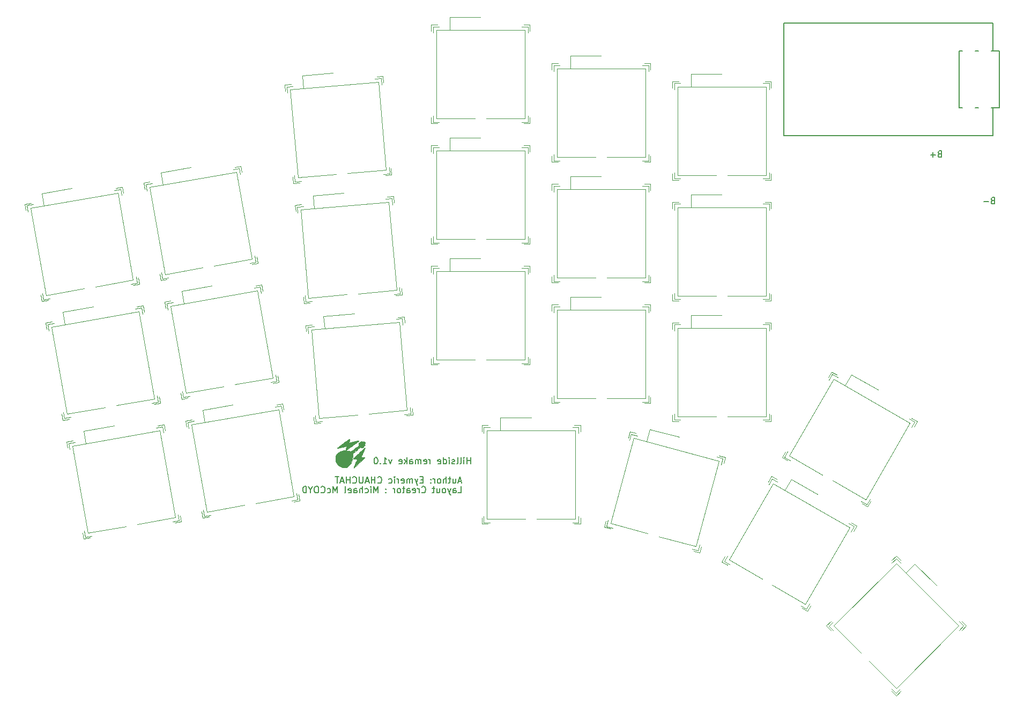
<source format=gbr>
%TF.GenerationSoftware,KiCad,Pcbnew,8.0.6*%
%TF.CreationDate,2025-05-26T15:16:57+09:00*%
%TF.ProjectId,hillside_speedrun,68696c6c-7369-4646-955f-737065656472,rev?*%
%TF.SameCoordinates,Original*%
%TF.FileFunction,Legend,Bot*%
%TF.FilePolarity,Positive*%
%FSLAX46Y46*%
G04 Gerber Fmt 4.6, Leading zero omitted, Abs format (unit mm)*
G04 Created by KiCad (PCBNEW 8.0.6) date 2025-05-26 15:16:57*
%MOMM*%
%LPD*%
G01*
G04 APERTURE LIST*
%ADD10C,0.200000*%
%ADD11C,0.010000*%
%ADD12C,0.150000*%
%ADD13C,0.120000*%
G04 APERTURE END LIST*
D10*
X93687612Y-99650569D02*
X93687612Y-98650569D01*
X93687612Y-99126759D02*
X93116184Y-99126759D01*
X93116184Y-99650569D02*
X93116184Y-98650569D01*
X92639993Y-99650569D02*
X92639993Y-98983902D01*
X92639993Y-98650569D02*
X92687612Y-98698188D01*
X92687612Y-98698188D02*
X92639993Y-98745807D01*
X92639993Y-98745807D02*
X92592374Y-98698188D01*
X92592374Y-98698188D02*
X92639993Y-98650569D01*
X92639993Y-98650569D02*
X92639993Y-98745807D01*
X92020946Y-99650569D02*
X92116184Y-99602950D01*
X92116184Y-99602950D02*
X92163803Y-99507711D01*
X92163803Y-99507711D02*
X92163803Y-98650569D01*
X91497136Y-99650569D02*
X91592374Y-99602950D01*
X91592374Y-99602950D02*
X91639993Y-99507711D01*
X91639993Y-99507711D02*
X91639993Y-98650569D01*
X91163802Y-99602950D02*
X91068564Y-99650569D01*
X91068564Y-99650569D02*
X90878088Y-99650569D01*
X90878088Y-99650569D02*
X90782850Y-99602950D01*
X90782850Y-99602950D02*
X90735231Y-99507711D01*
X90735231Y-99507711D02*
X90735231Y-99460092D01*
X90735231Y-99460092D02*
X90782850Y-99364854D01*
X90782850Y-99364854D02*
X90878088Y-99317235D01*
X90878088Y-99317235D02*
X91020945Y-99317235D01*
X91020945Y-99317235D02*
X91116183Y-99269616D01*
X91116183Y-99269616D02*
X91163802Y-99174378D01*
X91163802Y-99174378D02*
X91163802Y-99126759D01*
X91163802Y-99126759D02*
X91116183Y-99031521D01*
X91116183Y-99031521D02*
X91020945Y-98983902D01*
X91020945Y-98983902D02*
X90878088Y-98983902D01*
X90878088Y-98983902D02*
X90782850Y-99031521D01*
X90306659Y-99650569D02*
X90306659Y-98983902D01*
X90306659Y-98650569D02*
X90354278Y-98698188D01*
X90354278Y-98698188D02*
X90306659Y-98745807D01*
X90306659Y-98745807D02*
X90259040Y-98698188D01*
X90259040Y-98698188D02*
X90306659Y-98650569D01*
X90306659Y-98650569D02*
X90306659Y-98745807D01*
X89401898Y-99650569D02*
X89401898Y-98650569D01*
X89401898Y-99602950D02*
X89497136Y-99650569D01*
X89497136Y-99650569D02*
X89687612Y-99650569D01*
X89687612Y-99650569D02*
X89782850Y-99602950D01*
X89782850Y-99602950D02*
X89830469Y-99555330D01*
X89830469Y-99555330D02*
X89878088Y-99460092D01*
X89878088Y-99460092D02*
X89878088Y-99174378D01*
X89878088Y-99174378D02*
X89830469Y-99079140D01*
X89830469Y-99079140D02*
X89782850Y-99031521D01*
X89782850Y-99031521D02*
X89687612Y-98983902D01*
X89687612Y-98983902D02*
X89497136Y-98983902D01*
X89497136Y-98983902D02*
X89401898Y-99031521D01*
X88544755Y-99602950D02*
X88639993Y-99650569D01*
X88639993Y-99650569D02*
X88830469Y-99650569D01*
X88830469Y-99650569D02*
X88925707Y-99602950D01*
X88925707Y-99602950D02*
X88973326Y-99507711D01*
X88973326Y-99507711D02*
X88973326Y-99126759D01*
X88973326Y-99126759D02*
X88925707Y-99031521D01*
X88925707Y-99031521D02*
X88830469Y-98983902D01*
X88830469Y-98983902D02*
X88639993Y-98983902D01*
X88639993Y-98983902D02*
X88544755Y-99031521D01*
X88544755Y-99031521D02*
X88497136Y-99126759D01*
X88497136Y-99126759D02*
X88497136Y-99221997D01*
X88497136Y-99221997D02*
X88973326Y-99317235D01*
X87306659Y-99650569D02*
X87306659Y-98983902D01*
X87306659Y-99174378D02*
X87259040Y-99079140D01*
X87259040Y-99079140D02*
X87211421Y-99031521D01*
X87211421Y-99031521D02*
X87116183Y-98983902D01*
X87116183Y-98983902D02*
X87020945Y-98983902D01*
X86306659Y-99602950D02*
X86401897Y-99650569D01*
X86401897Y-99650569D02*
X86592373Y-99650569D01*
X86592373Y-99650569D02*
X86687611Y-99602950D01*
X86687611Y-99602950D02*
X86735230Y-99507711D01*
X86735230Y-99507711D02*
X86735230Y-99126759D01*
X86735230Y-99126759D02*
X86687611Y-99031521D01*
X86687611Y-99031521D02*
X86592373Y-98983902D01*
X86592373Y-98983902D02*
X86401897Y-98983902D01*
X86401897Y-98983902D02*
X86306659Y-99031521D01*
X86306659Y-99031521D02*
X86259040Y-99126759D01*
X86259040Y-99126759D02*
X86259040Y-99221997D01*
X86259040Y-99221997D02*
X86735230Y-99317235D01*
X85830468Y-99650569D02*
X85830468Y-98983902D01*
X85830468Y-99079140D02*
X85782849Y-99031521D01*
X85782849Y-99031521D02*
X85687611Y-98983902D01*
X85687611Y-98983902D02*
X85544754Y-98983902D01*
X85544754Y-98983902D02*
X85449516Y-99031521D01*
X85449516Y-99031521D02*
X85401897Y-99126759D01*
X85401897Y-99126759D02*
X85401897Y-99650569D01*
X85401897Y-99126759D02*
X85354278Y-99031521D01*
X85354278Y-99031521D02*
X85259040Y-98983902D01*
X85259040Y-98983902D02*
X85116183Y-98983902D01*
X85116183Y-98983902D02*
X85020944Y-99031521D01*
X85020944Y-99031521D02*
X84973325Y-99126759D01*
X84973325Y-99126759D02*
X84973325Y-99650569D01*
X84068564Y-99650569D02*
X84068564Y-99126759D01*
X84068564Y-99126759D02*
X84116183Y-99031521D01*
X84116183Y-99031521D02*
X84211421Y-98983902D01*
X84211421Y-98983902D02*
X84401897Y-98983902D01*
X84401897Y-98983902D02*
X84497135Y-99031521D01*
X84068564Y-99602950D02*
X84163802Y-99650569D01*
X84163802Y-99650569D02*
X84401897Y-99650569D01*
X84401897Y-99650569D02*
X84497135Y-99602950D01*
X84497135Y-99602950D02*
X84544754Y-99507711D01*
X84544754Y-99507711D02*
X84544754Y-99412473D01*
X84544754Y-99412473D02*
X84497135Y-99317235D01*
X84497135Y-99317235D02*
X84401897Y-99269616D01*
X84401897Y-99269616D02*
X84163802Y-99269616D01*
X84163802Y-99269616D02*
X84068564Y-99221997D01*
X83592373Y-99650569D02*
X83592373Y-98650569D01*
X83497135Y-99269616D02*
X83211421Y-99650569D01*
X83211421Y-98983902D02*
X83592373Y-99364854D01*
X82401897Y-99602950D02*
X82497135Y-99650569D01*
X82497135Y-99650569D02*
X82687611Y-99650569D01*
X82687611Y-99650569D02*
X82782849Y-99602950D01*
X82782849Y-99602950D02*
X82830468Y-99507711D01*
X82830468Y-99507711D02*
X82830468Y-99126759D01*
X82830468Y-99126759D02*
X82782849Y-99031521D01*
X82782849Y-99031521D02*
X82687611Y-98983902D01*
X82687611Y-98983902D02*
X82497135Y-98983902D01*
X82497135Y-98983902D02*
X82401897Y-99031521D01*
X82401897Y-99031521D02*
X82354278Y-99126759D01*
X82354278Y-99126759D02*
X82354278Y-99221997D01*
X82354278Y-99221997D02*
X82830468Y-99317235D01*
X81259039Y-98983902D02*
X81020944Y-99650569D01*
X81020944Y-99650569D02*
X80782849Y-98983902D01*
X79878087Y-99650569D02*
X80449515Y-99650569D01*
X80163801Y-99650569D02*
X80163801Y-98650569D01*
X80163801Y-98650569D02*
X80259039Y-98793426D01*
X80259039Y-98793426D02*
X80354277Y-98888664D01*
X80354277Y-98888664D02*
X80449515Y-98936283D01*
X79449515Y-99555330D02*
X79401896Y-99602950D01*
X79401896Y-99602950D02*
X79449515Y-99650569D01*
X79449515Y-99650569D02*
X79497134Y-99602950D01*
X79497134Y-99602950D02*
X79449515Y-99555330D01*
X79449515Y-99555330D02*
X79449515Y-99650569D01*
X78782849Y-98650569D02*
X78687611Y-98650569D01*
X78687611Y-98650569D02*
X78592373Y-98698188D01*
X78592373Y-98698188D02*
X78544754Y-98745807D01*
X78544754Y-98745807D02*
X78497135Y-98841045D01*
X78497135Y-98841045D02*
X78449516Y-99031521D01*
X78449516Y-99031521D02*
X78449516Y-99269616D01*
X78449516Y-99269616D02*
X78497135Y-99460092D01*
X78497135Y-99460092D02*
X78544754Y-99555330D01*
X78544754Y-99555330D02*
X78592373Y-99602950D01*
X78592373Y-99602950D02*
X78687611Y-99650569D01*
X78687611Y-99650569D02*
X78782849Y-99650569D01*
X78782849Y-99650569D02*
X78878087Y-99602950D01*
X78878087Y-99602950D02*
X78925706Y-99555330D01*
X78925706Y-99555330D02*
X78973325Y-99460092D01*
X78973325Y-99460092D02*
X79020944Y-99269616D01*
X79020944Y-99269616D02*
X79020944Y-99031521D01*
X79020944Y-99031521D02*
X78973325Y-98841045D01*
X78973325Y-98841045D02*
X78925706Y-98745807D01*
X78925706Y-98745807D02*
X78878087Y-98698188D01*
X78878087Y-98698188D02*
X78782849Y-98650569D01*
X91687422Y-104222569D02*
X92163612Y-104222569D01*
X92163612Y-104222569D02*
X92163612Y-103222569D01*
X90925517Y-104222569D02*
X90925517Y-103698759D01*
X90925517Y-103698759D02*
X90973136Y-103603521D01*
X90973136Y-103603521D02*
X91068374Y-103555902D01*
X91068374Y-103555902D02*
X91258850Y-103555902D01*
X91258850Y-103555902D02*
X91354088Y-103603521D01*
X90925517Y-104174950D02*
X91020755Y-104222569D01*
X91020755Y-104222569D02*
X91258850Y-104222569D01*
X91258850Y-104222569D02*
X91354088Y-104174950D01*
X91354088Y-104174950D02*
X91401707Y-104079711D01*
X91401707Y-104079711D02*
X91401707Y-103984473D01*
X91401707Y-103984473D02*
X91354088Y-103889235D01*
X91354088Y-103889235D02*
X91258850Y-103841616D01*
X91258850Y-103841616D02*
X91020755Y-103841616D01*
X91020755Y-103841616D02*
X90925517Y-103793997D01*
X90544564Y-103555902D02*
X90306469Y-104222569D01*
X90068374Y-103555902D02*
X90306469Y-104222569D01*
X90306469Y-104222569D02*
X90401707Y-104460664D01*
X90401707Y-104460664D02*
X90449326Y-104508283D01*
X90449326Y-104508283D02*
X90544564Y-104555902D01*
X89544564Y-104222569D02*
X89639802Y-104174950D01*
X89639802Y-104174950D02*
X89687421Y-104127330D01*
X89687421Y-104127330D02*
X89735040Y-104032092D01*
X89735040Y-104032092D02*
X89735040Y-103746378D01*
X89735040Y-103746378D02*
X89687421Y-103651140D01*
X89687421Y-103651140D02*
X89639802Y-103603521D01*
X89639802Y-103603521D02*
X89544564Y-103555902D01*
X89544564Y-103555902D02*
X89401707Y-103555902D01*
X89401707Y-103555902D02*
X89306469Y-103603521D01*
X89306469Y-103603521D02*
X89258850Y-103651140D01*
X89258850Y-103651140D02*
X89211231Y-103746378D01*
X89211231Y-103746378D02*
X89211231Y-104032092D01*
X89211231Y-104032092D02*
X89258850Y-104127330D01*
X89258850Y-104127330D02*
X89306469Y-104174950D01*
X89306469Y-104174950D02*
X89401707Y-104222569D01*
X89401707Y-104222569D02*
X89544564Y-104222569D01*
X88354088Y-103555902D02*
X88354088Y-104222569D01*
X88782659Y-103555902D02*
X88782659Y-104079711D01*
X88782659Y-104079711D02*
X88735040Y-104174950D01*
X88735040Y-104174950D02*
X88639802Y-104222569D01*
X88639802Y-104222569D02*
X88496945Y-104222569D01*
X88496945Y-104222569D02*
X88401707Y-104174950D01*
X88401707Y-104174950D02*
X88354088Y-104127330D01*
X88020754Y-103555902D02*
X87639802Y-103555902D01*
X87877897Y-103222569D02*
X87877897Y-104079711D01*
X87877897Y-104079711D02*
X87830278Y-104174950D01*
X87830278Y-104174950D02*
X87735040Y-104222569D01*
X87735040Y-104222569D02*
X87639802Y-104222569D01*
X85973135Y-104127330D02*
X86020754Y-104174950D01*
X86020754Y-104174950D02*
X86163611Y-104222569D01*
X86163611Y-104222569D02*
X86258849Y-104222569D01*
X86258849Y-104222569D02*
X86401706Y-104174950D01*
X86401706Y-104174950D02*
X86496944Y-104079711D01*
X86496944Y-104079711D02*
X86544563Y-103984473D01*
X86544563Y-103984473D02*
X86592182Y-103793997D01*
X86592182Y-103793997D02*
X86592182Y-103651140D01*
X86592182Y-103651140D02*
X86544563Y-103460664D01*
X86544563Y-103460664D02*
X86496944Y-103365426D01*
X86496944Y-103365426D02*
X86401706Y-103270188D01*
X86401706Y-103270188D02*
X86258849Y-103222569D01*
X86258849Y-103222569D02*
X86163611Y-103222569D01*
X86163611Y-103222569D02*
X86020754Y-103270188D01*
X86020754Y-103270188D02*
X85973135Y-103317807D01*
X85544563Y-104222569D02*
X85544563Y-103555902D01*
X85544563Y-103746378D02*
X85496944Y-103651140D01*
X85496944Y-103651140D02*
X85449325Y-103603521D01*
X85449325Y-103603521D02*
X85354087Y-103555902D01*
X85354087Y-103555902D02*
X85258849Y-103555902D01*
X84544563Y-104174950D02*
X84639801Y-104222569D01*
X84639801Y-104222569D02*
X84830277Y-104222569D01*
X84830277Y-104222569D02*
X84925515Y-104174950D01*
X84925515Y-104174950D02*
X84973134Y-104079711D01*
X84973134Y-104079711D02*
X84973134Y-103698759D01*
X84973134Y-103698759D02*
X84925515Y-103603521D01*
X84925515Y-103603521D02*
X84830277Y-103555902D01*
X84830277Y-103555902D02*
X84639801Y-103555902D01*
X84639801Y-103555902D02*
X84544563Y-103603521D01*
X84544563Y-103603521D02*
X84496944Y-103698759D01*
X84496944Y-103698759D02*
X84496944Y-103793997D01*
X84496944Y-103793997D02*
X84973134Y-103889235D01*
X83639801Y-104222569D02*
X83639801Y-103698759D01*
X83639801Y-103698759D02*
X83687420Y-103603521D01*
X83687420Y-103603521D02*
X83782658Y-103555902D01*
X83782658Y-103555902D02*
X83973134Y-103555902D01*
X83973134Y-103555902D02*
X84068372Y-103603521D01*
X83639801Y-104174950D02*
X83735039Y-104222569D01*
X83735039Y-104222569D02*
X83973134Y-104222569D01*
X83973134Y-104222569D02*
X84068372Y-104174950D01*
X84068372Y-104174950D02*
X84115991Y-104079711D01*
X84115991Y-104079711D02*
X84115991Y-103984473D01*
X84115991Y-103984473D02*
X84068372Y-103889235D01*
X84068372Y-103889235D02*
X83973134Y-103841616D01*
X83973134Y-103841616D02*
X83735039Y-103841616D01*
X83735039Y-103841616D02*
X83639801Y-103793997D01*
X83306467Y-103555902D02*
X82925515Y-103555902D01*
X83163610Y-103222569D02*
X83163610Y-104079711D01*
X83163610Y-104079711D02*
X83115991Y-104174950D01*
X83115991Y-104174950D02*
X83020753Y-104222569D01*
X83020753Y-104222569D02*
X82925515Y-104222569D01*
X82449324Y-104222569D02*
X82544562Y-104174950D01*
X82544562Y-104174950D02*
X82592181Y-104127330D01*
X82592181Y-104127330D02*
X82639800Y-104032092D01*
X82639800Y-104032092D02*
X82639800Y-103746378D01*
X82639800Y-103746378D02*
X82592181Y-103651140D01*
X82592181Y-103651140D02*
X82544562Y-103603521D01*
X82544562Y-103603521D02*
X82449324Y-103555902D01*
X82449324Y-103555902D02*
X82306467Y-103555902D01*
X82306467Y-103555902D02*
X82211229Y-103603521D01*
X82211229Y-103603521D02*
X82163610Y-103651140D01*
X82163610Y-103651140D02*
X82115991Y-103746378D01*
X82115991Y-103746378D02*
X82115991Y-104032092D01*
X82115991Y-104032092D02*
X82163610Y-104127330D01*
X82163610Y-104127330D02*
X82211229Y-104174950D01*
X82211229Y-104174950D02*
X82306467Y-104222569D01*
X82306467Y-104222569D02*
X82449324Y-104222569D01*
X81687419Y-104222569D02*
X81687419Y-103555902D01*
X81687419Y-103746378D02*
X81639800Y-103651140D01*
X81639800Y-103651140D02*
X81592181Y-103603521D01*
X81592181Y-103603521D02*
X81496943Y-103555902D01*
X81496943Y-103555902D02*
X81401705Y-103555902D01*
X80306466Y-104127330D02*
X80258847Y-104174950D01*
X80258847Y-104174950D02*
X80306466Y-104222569D01*
X80306466Y-104222569D02*
X80354085Y-104174950D01*
X80354085Y-104174950D02*
X80306466Y-104127330D01*
X80306466Y-104127330D02*
X80306466Y-104222569D01*
X80306466Y-103603521D02*
X80258847Y-103651140D01*
X80258847Y-103651140D02*
X80306466Y-103698759D01*
X80306466Y-103698759D02*
X80354085Y-103651140D01*
X80354085Y-103651140D02*
X80306466Y-103603521D01*
X80306466Y-103603521D02*
X80306466Y-103698759D01*
X79068371Y-104222569D02*
X79068371Y-103222569D01*
X79068371Y-103222569D02*
X78735038Y-103936854D01*
X78735038Y-103936854D02*
X78401705Y-103222569D01*
X78401705Y-103222569D02*
X78401705Y-104222569D01*
X77925514Y-104222569D02*
X77925514Y-103555902D01*
X77925514Y-103222569D02*
X77973133Y-103270188D01*
X77973133Y-103270188D02*
X77925514Y-103317807D01*
X77925514Y-103317807D02*
X77877895Y-103270188D01*
X77877895Y-103270188D02*
X77925514Y-103222569D01*
X77925514Y-103222569D02*
X77925514Y-103317807D01*
X77020753Y-104174950D02*
X77115991Y-104222569D01*
X77115991Y-104222569D02*
X77306467Y-104222569D01*
X77306467Y-104222569D02*
X77401705Y-104174950D01*
X77401705Y-104174950D02*
X77449324Y-104127330D01*
X77449324Y-104127330D02*
X77496943Y-104032092D01*
X77496943Y-104032092D02*
X77496943Y-103746378D01*
X77496943Y-103746378D02*
X77449324Y-103651140D01*
X77449324Y-103651140D02*
X77401705Y-103603521D01*
X77401705Y-103603521D02*
X77306467Y-103555902D01*
X77306467Y-103555902D02*
X77115991Y-103555902D01*
X77115991Y-103555902D02*
X77020753Y-103603521D01*
X76592181Y-104222569D02*
X76592181Y-103222569D01*
X76163610Y-104222569D02*
X76163610Y-103698759D01*
X76163610Y-103698759D02*
X76211229Y-103603521D01*
X76211229Y-103603521D02*
X76306467Y-103555902D01*
X76306467Y-103555902D02*
X76449324Y-103555902D01*
X76449324Y-103555902D02*
X76544562Y-103603521D01*
X76544562Y-103603521D02*
X76592181Y-103651140D01*
X75258848Y-104222569D02*
X75258848Y-103698759D01*
X75258848Y-103698759D02*
X75306467Y-103603521D01*
X75306467Y-103603521D02*
X75401705Y-103555902D01*
X75401705Y-103555902D02*
X75592181Y-103555902D01*
X75592181Y-103555902D02*
X75687419Y-103603521D01*
X75258848Y-104174950D02*
X75354086Y-104222569D01*
X75354086Y-104222569D02*
X75592181Y-104222569D01*
X75592181Y-104222569D02*
X75687419Y-104174950D01*
X75687419Y-104174950D02*
X75735038Y-104079711D01*
X75735038Y-104079711D02*
X75735038Y-103984473D01*
X75735038Y-103984473D02*
X75687419Y-103889235D01*
X75687419Y-103889235D02*
X75592181Y-103841616D01*
X75592181Y-103841616D02*
X75354086Y-103841616D01*
X75354086Y-103841616D02*
X75258848Y-103793997D01*
X74401705Y-104174950D02*
X74496943Y-104222569D01*
X74496943Y-104222569D02*
X74687419Y-104222569D01*
X74687419Y-104222569D02*
X74782657Y-104174950D01*
X74782657Y-104174950D02*
X74830276Y-104079711D01*
X74830276Y-104079711D02*
X74830276Y-103698759D01*
X74830276Y-103698759D02*
X74782657Y-103603521D01*
X74782657Y-103603521D02*
X74687419Y-103555902D01*
X74687419Y-103555902D02*
X74496943Y-103555902D01*
X74496943Y-103555902D02*
X74401705Y-103603521D01*
X74401705Y-103603521D02*
X74354086Y-103698759D01*
X74354086Y-103698759D02*
X74354086Y-103793997D01*
X74354086Y-103793997D02*
X74830276Y-103889235D01*
X73782657Y-104222569D02*
X73877895Y-104174950D01*
X73877895Y-104174950D02*
X73925514Y-104079711D01*
X73925514Y-104079711D02*
X73925514Y-103222569D01*
X72639799Y-104222569D02*
X72639799Y-103222569D01*
X72639799Y-103222569D02*
X72306466Y-103936854D01*
X72306466Y-103936854D02*
X71973133Y-103222569D01*
X71973133Y-103222569D02*
X71973133Y-104222569D01*
X71068371Y-104174950D02*
X71163609Y-104222569D01*
X71163609Y-104222569D02*
X71354085Y-104222569D01*
X71354085Y-104222569D02*
X71449323Y-104174950D01*
X71449323Y-104174950D02*
X71496942Y-104127330D01*
X71496942Y-104127330D02*
X71544561Y-104032092D01*
X71544561Y-104032092D02*
X71544561Y-103746378D01*
X71544561Y-103746378D02*
X71496942Y-103651140D01*
X71496942Y-103651140D02*
X71449323Y-103603521D01*
X71449323Y-103603521D02*
X71354085Y-103555902D01*
X71354085Y-103555902D02*
X71163609Y-103555902D01*
X71163609Y-103555902D02*
X71068371Y-103603521D01*
X70068371Y-104127330D02*
X70115990Y-104174950D01*
X70115990Y-104174950D02*
X70258847Y-104222569D01*
X70258847Y-104222569D02*
X70354085Y-104222569D01*
X70354085Y-104222569D02*
X70496942Y-104174950D01*
X70496942Y-104174950D02*
X70592180Y-104079711D01*
X70592180Y-104079711D02*
X70639799Y-103984473D01*
X70639799Y-103984473D02*
X70687418Y-103793997D01*
X70687418Y-103793997D02*
X70687418Y-103651140D01*
X70687418Y-103651140D02*
X70639799Y-103460664D01*
X70639799Y-103460664D02*
X70592180Y-103365426D01*
X70592180Y-103365426D02*
X70496942Y-103270188D01*
X70496942Y-103270188D02*
X70354085Y-103222569D01*
X70354085Y-103222569D02*
X70258847Y-103222569D01*
X70258847Y-103222569D02*
X70115990Y-103270188D01*
X70115990Y-103270188D02*
X70068371Y-103317807D01*
X69449323Y-103222569D02*
X69258847Y-103222569D01*
X69258847Y-103222569D02*
X69163609Y-103270188D01*
X69163609Y-103270188D02*
X69068371Y-103365426D01*
X69068371Y-103365426D02*
X69020752Y-103555902D01*
X69020752Y-103555902D02*
X69020752Y-103889235D01*
X69020752Y-103889235D02*
X69068371Y-104079711D01*
X69068371Y-104079711D02*
X69163609Y-104174950D01*
X69163609Y-104174950D02*
X69258847Y-104222569D01*
X69258847Y-104222569D02*
X69449323Y-104222569D01*
X69449323Y-104222569D02*
X69544561Y-104174950D01*
X69544561Y-104174950D02*
X69639799Y-104079711D01*
X69639799Y-104079711D02*
X69687418Y-103889235D01*
X69687418Y-103889235D02*
X69687418Y-103555902D01*
X69687418Y-103555902D02*
X69639799Y-103365426D01*
X69639799Y-103365426D02*
X69544561Y-103270188D01*
X69544561Y-103270188D02*
X69449323Y-103222569D01*
X68401704Y-103746378D02*
X68401704Y-104222569D01*
X68735037Y-103222569D02*
X68401704Y-103746378D01*
X68401704Y-103746378D02*
X68068371Y-103222569D01*
X67735037Y-104222569D02*
X67735037Y-103222569D01*
X67735037Y-103222569D02*
X67496942Y-103222569D01*
X67496942Y-103222569D02*
X67354085Y-103270188D01*
X67354085Y-103270188D02*
X67258847Y-103365426D01*
X67258847Y-103365426D02*
X67211228Y-103460664D01*
X67211228Y-103460664D02*
X67163609Y-103651140D01*
X67163609Y-103651140D02*
X67163609Y-103793997D01*
X67163609Y-103793997D02*
X67211228Y-103984473D01*
X67211228Y-103984473D02*
X67258847Y-104079711D01*
X67258847Y-104079711D02*
X67354085Y-104174950D01*
X67354085Y-104174950D02*
X67496942Y-104222569D01*
X67496942Y-104222569D02*
X67735037Y-104222569D01*
X92211231Y-102412854D02*
X91735041Y-102412854D01*
X92306469Y-102698569D02*
X91973136Y-101698569D01*
X91973136Y-101698569D02*
X91639803Y-102698569D01*
X90877898Y-102031902D02*
X90877898Y-102698569D01*
X91306469Y-102031902D02*
X91306469Y-102555711D01*
X91306469Y-102555711D02*
X91258850Y-102650950D01*
X91258850Y-102650950D02*
X91163612Y-102698569D01*
X91163612Y-102698569D02*
X91020755Y-102698569D01*
X91020755Y-102698569D02*
X90925517Y-102650950D01*
X90925517Y-102650950D02*
X90877898Y-102603330D01*
X90544564Y-102031902D02*
X90163612Y-102031902D01*
X90401707Y-101698569D02*
X90401707Y-102555711D01*
X90401707Y-102555711D02*
X90354088Y-102650950D01*
X90354088Y-102650950D02*
X90258850Y-102698569D01*
X90258850Y-102698569D02*
X90163612Y-102698569D01*
X89830278Y-102698569D02*
X89830278Y-101698569D01*
X89401707Y-102698569D02*
X89401707Y-102174759D01*
X89401707Y-102174759D02*
X89449326Y-102079521D01*
X89449326Y-102079521D02*
X89544564Y-102031902D01*
X89544564Y-102031902D02*
X89687421Y-102031902D01*
X89687421Y-102031902D02*
X89782659Y-102079521D01*
X89782659Y-102079521D02*
X89830278Y-102127140D01*
X88782659Y-102698569D02*
X88877897Y-102650950D01*
X88877897Y-102650950D02*
X88925516Y-102603330D01*
X88925516Y-102603330D02*
X88973135Y-102508092D01*
X88973135Y-102508092D02*
X88973135Y-102222378D01*
X88973135Y-102222378D02*
X88925516Y-102127140D01*
X88925516Y-102127140D02*
X88877897Y-102079521D01*
X88877897Y-102079521D02*
X88782659Y-102031902D01*
X88782659Y-102031902D02*
X88639802Y-102031902D01*
X88639802Y-102031902D02*
X88544564Y-102079521D01*
X88544564Y-102079521D02*
X88496945Y-102127140D01*
X88496945Y-102127140D02*
X88449326Y-102222378D01*
X88449326Y-102222378D02*
X88449326Y-102508092D01*
X88449326Y-102508092D02*
X88496945Y-102603330D01*
X88496945Y-102603330D02*
X88544564Y-102650950D01*
X88544564Y-102650950D02*
X88639802Y-102698569D01*
X88639802Y-102698569D02*
X88782659Y-102698569D01*
X88020754Y-102698569D02*
X88020754Y-102031902D01*
X88020754Y-102222378D02*
X87973135Y-102127140D01*
X87973135Y-102127140D02*
X87925516Y-102079521D01*
X87925516Y-102079521D02*
X87830278Y-102031902D01*
X87830278Y-102031902D02*
X87735040Y-102031902D01*
X87401706Y-102603330D02*
X87354087Y-102650950D01*
X87354087Y-102650950D02*
X87401706Y-102698569D01*
X87401706Y-102698569D02*
X87449325Y-102650950D01*
X87449325Y-102650950D02*
X87401706Y-102603330D01*
X87401706Y-102603330D02*
X87401706Y-102698569D01*
X87401706Y-102079521D02*
X87354087Y-102127140D01*
X87354087Y-102127140D02*
X87401706Y-102174759D01*
X87401706Y-102174759D02*
X87449325Y-102127140D01*
X87449325Y-102127140D02*
X87401706Y-102079521D01*
X87401706Y-102079521D02*
X87401706Y-102174759D01*
X86163611Y-102174759D02*
X85830278Y-102174759D01*
X85687421Y-102698569D02*
X86163611Y-102698569D01*
X86163611Y-102698569D02*
X86163611Y-101698569D01*
X86163611Y-101698569D02*
X85687421Y-101698569D01*
X85354087Y-102031902D02*
X85115992Y-102698569D01*
X84877897Y-102031902D02*
X85115992Y-102698569D01*
X85115992Y-102698569D02*
X85211230Y-102936664D01*
X85211230Y-102936664D02*
X85258849Y-102984283D01*
X85258849Y-102984283D02*
X85354087Y-103031902D01*
X84496944Y-102698569D02*
X84496944Y-102031902D01*
X84496944Y-102127140D02*
X84449325Y-102079521D01*
X84449325Y-102079521D02*
X84354087Y-102031902D01*
X84354087Y-102031902D02*
X84211230Y-102031902D01*
X84211230Y-102031902D02*
X84115992Y-102079521D01*
X84115992Y-102079521D02*
X84068373Y-102174759D01*
X84068373Y-102174759D02*
X84068373Y-102698569D01*
X84068373Y-102174759D02*
X84020754Y-102079521D01*
X84020754Y-102079521D02*
X83925516Y-102031902D01*
X83925516Y-102031902D02*
X83782659Y-102031902D01*
X83782659Y-102031902D02*
X83687420Y-102079521D01*
X83687420Y-102079521D02*
X83639801Y-102174759D01*
X83639801Y-102174759D02*
X83639801Y-102698569D01*
X82782659Y-102650950D02*
X82877897Y-102698569D01*
X82877897Y-102698569D02*
X83068373Y-102698569D01*
X83068373Y-102698569D02*
X83163611Y-102650950D01*
X83163611Y-102650950D02*
X83211230Y-102555711D01*
X83211230Y-102555711D02*
X83211230Y-102174759D01*
X83211230Y-102174759D02*
X83163611Y-102079521D01*
X83163611Y-102079521D02*
X83068373Y-102031902D01*
X83068373Y-102031902D02*
X82877897Y-102031902D01*
X82877897Y-102031902D02*
X82782659Y-102079521D01*
X82782659Y-102079521D02*
X82735040Y-102174759D01*
X82735040Y-102174759D02*
X82735040Y-102269997D01*
X82735040Y-102269997D02*
X83211230Y-102365235D01*
X82306468Y-102698569D02*
X82306468Y-102031902D01*
X82306468Y-102222378D02*
X82258849Y-102127140D01*
X82258849Y-102127140D02*
X82211230Y-102079521D01*
X82211230Y-102079521D02*
X82115992Y-102031902D01*
X82115992Y-102031902D02*
X82020754Y-102031902D01*
X81687420Y-102698569D02*
X81687420Y-102031902D01*
X81687420Y-101698569D02*
X81735039Y-101746188D01*
X81735039Y-101746188D02*
X81687420Y-101793807D01*
X81687420Y-101793807D02*
X81639801Y-101746188D01*
X81639801Y-101746188D02*
X81687420Y-101698569D01*
X81687420Y-101698569D02*
X81687420Y-101793807D01*
X80782659Y-102650950D02*
X80877897Y-102698569D01*
X80877897Y-102698569D02*
X81068373Y-102698569D01*
X81068373Y-102698569D02*
X81163611Y-102650950D01*
X81163611Y-102650950D02*
X81211230Y-102603330D01*
X81211230Y-102603330D02*
X81258849Y-102508092D01*
X81258849Y-102508092D02*
X81258849Y-102222378D01*
X81258849Y-102222378D02*
X81211230Y-102127140D01*
X81211230Y-102127140D02*
X81163611Y-102079521D01*
X81163611Y-102079521D02*
X81068373Y-102031902D01*
X81068373Y-102031902D02*
X80877897Y-102031902D01*
X80877897Y-102031902D02*
X80782659Y-102079521D01*
X79020754Y-102603330D02*
X79068373Y-102650950D01*
X79068373Y-102650950D02*
X79211230Y-102698569D01*
X79211230Y-102698569D02*
X79306468Y-102698569D01*
X79306468Y-102698569D02*
X79449325Y-102650950D01*
X79449325Y-102650950D02*
X79544563Y-102555711D01*
X79544563Y-102555711D02*
X79592182Y-102460473D01*
X79592182Y-102460473D02*
X79639801Y-102269997D01*
X79639801Y-102269997D02*
X79639801Y-102127140D01*
X79639801Y-102127140D02*
X79592182Y-101936664D01*
X79592182Y-101936664D02*
X79544563Y-101841426D01*
X79544563Y-101841426D02*
X79449325Y-101746188D01*
X79449325Y-101746188D02*
X79306468Y-101698569D01*
X79306468Y-101698569D02*
X79211230Y-101698569D01*
X79211230Y-101698569D02*
X79068373Y-101746188D01*
X79068373Y-101746188D02*
X79020754Y-101793807D01*
X78592182Y-102698569D02*
X78592182Y-101698569D01*
X78592182Y-102174759D02*
X78020754Y-102174759D01*
X78020754Y-102698569D02*
X78020754Y-101698569D01*
X77592182Y-102412854D02*
X77115992Y-102412854D01*
X77687420Y-102698569D02*
X77354087Y-101698569D01*
X77354087Y-101698569D02*
X77020754Y-102698569D01*
X76687420Y-101698569D02*
X76687420Y-102508092D01*
X76687420Y-102508092D02*
X76639801Y-102603330D01*
X76639801Y-102603330D02*
X76592182Y-102650950D01*
X76592182Y-102650950D02*
X76496944Y-102698569D01*
X76496944Y-102698569D02*
X76306468Y-102698569D01*
X76306468Y-102698569D02*
X76211230Y-102650950D01*
X76211230Y-102650950D02*
X76163611Y-102603330D01*
X76163611Y-102603330D02*
X76115992Y-102508092D01*
X76115992Y-102508092D02*
X76115992Y-101698569D01*
X75068373Y-102603330D02*
X75115992Y-102650950D01*
X75115992Y-102650950D02*
X75258849Y-102698569D01*
X75258849Y-102698569D02*
X75354087Y-102698569D01*
X75354087Y-102698569D02*
X75496944Y-102650950D01*
X75496944Y-102650950D02*
X75592182Y-102555711D01*
X75592182Y-102555711D02*
X75639801Y-102460473D01*
X75639801Y-102460473D02*
X75687420Y-102269997D01*
X75687420Y-102269997D02*
X75687420Y-102127140D01*
X75687420Y-102127140D02*
X75639801Y-101936664D01*
X75639801Y-101936664D02*
X75592182Y-101841426D01*
X75592182Y-101841426D02*
X75496944Y-101746188D01*
X75496944Y-101746188D02*
X75354087Y-101698569D01*
X75354087Y-101698569D02*
X75258849Y-101698569D01*
X75258849Y-101698569D02*
X75115992Y-101746188D01*
X75115992Y-101746188D02*
X75068373Y-101793807D01*
X74639801Y-102698569D02*
X74639801Y-101698569D01*
X74639801Y-102174759D02*
X74068373Y-102174759D01*
X74068373Y-102698569D02*
X74068373Y-101698569D01*
X73639801Y-102412854D02*
X73163611Y-102412854D01*
X73735039Y-102698569D02*
X73401706Y-101698569D01*
X73401706Y-101698569D02*
X73068373Y-102698569D01*
X72877896Y-101698569D02*
X72306468Y-101698569D01*
X72592182Y-102698569D02*
X72592182Y-101698569D01*
X176131618Y-58055759D02*
X175988761Y-58103378D01*
X175988761Y-58103378D02*
X175941142Y-58150997D01*
X175941142Y-58150997D02*
X175893523Y-58246235D01*
X175893523Y-58246235D02*
X175893523Y-58389092D01*
X175893523Y-58389092D02*
X175941142Y-58484330D01*
X175941142Y-58484330D02*
X175988761Y-58531950D01*
X175988761Y-58531950D02*
X176083999Y-58579569D01*
X176083999Y-58579569D02*
X176464951Y-58579569D01*
X176464951Y-58579569D02*
X176464951Y-57579569D01*
X176464951Y-57579569D02*
X176131618Y-57579569D01*
X176131618Y-57579569D02*
X176036380Y-57627188D01*
X176036380Y-57627188D02*
X175988761Y-57674807D01*
X175988761Y-57674807D02*
X175941142Y-57770045D01*
X175941142Y-57770045D02*
X175941142Y-57865283D01*
X175941142Y-57865283D02*
X175988761Y-57960521D01*
X175988761Y-57960521D02*
X176036380Y-58008140D01*
X176036380Y-58008140D02*
X176131618Y-58055759D01*
X176131618Y-58055759D02*
X176464951Y-58055759D01*
X175464951Y-58198616D02*
X174703047Y-58198616D01*
X167749618Y-50689759D02*
X167606761Y-50737378D01*
X167606761Y-50737378D02*
X167559142Y-50784997D01*
X167559142Y-50784997D02*
X167511523Y-50880235D01*
X167511523Y-50880235D02*
X167511523Y-51023092D01*
X167511523Y-51023092D02*
X167559142Y-51118330D01*
X167559142Y-51118330D02*
X167606761Y-51165950D01*
X167606761Y-51165950D02*
X167701999Y-51213569D01*
X167701999Y-51213569D02*
X168082951Y-51213569D01*
X168082951Y-51213569D02*
X168082951Y-50213569D01*
X168082951Y-50213569D02*
X167749618Y-50213569D01*
X167749618Y-50213569D02*
X167654380Y-50261188D01*
X167654380Y-50261188D02*
X167606761Y-50308807D01*
X167606761Y-50308807D02*
X167559142Y-50404045D01*
X167559142Y-50404045D02*
X167559142Y-50499283D01*
X167559142Y-50499283D02*
X167606761Y-50594521D01*
X167606761Y-50594521D02*
X167654380Y-50642140D01*
X167654380Y-50642140D02*
X167749618Y-50689759D01*
X167749618Y-50689759D02*
X168082951Y-50689759D01*
X167082951Y-50832616D02*
X166321047Y-50832616D01*
X166701999Y-51213569D02*
X166701999Y-50451664D01*
D11*
%TO.C,Sk2*%
X76980446Y-97125385D02*
X76989667Y-97161969D01*
X76984419Y-97182931D01*
X76963772Y-97240318D01*
X76929327Y-97327688D01*
X76883072Y-97440221D01*
X76826997Y-97573094D01*
X76763087Y-97721486D01*
X76693333Y-97880577D01*
X76635810Y-98010893D01*
X76571002Y-98158358D01*
X76513585Y-98289714D01*
X76465517Y-98400446D01*
X76428758Y-98486038D01*
X76405266Y-98541973D01*
X76397000Y-98563736D01*
X76397677Y-98564659D01*
X76424308Y-98569427D01*
X76483976Y-98573300D01*
X76568805Y-98575900D01*
X76670917Y-98576850D01*
X76780346Y-98577657D01*
X76868751Y-98581416D01*
X76925313Y-98589674D01*
X76955580Y-98603968D01*
X76965096Y-98625837D01*
X76959408Y-98656816D01*
X76944666Y-98676217D01*
X76900594Y-98723724D01*
X76829166Y-98796784D01*
X76732230Y-98893596D01*
X76611634Y-99012359D01*
X76469225Y-99151269D01*
X76306853Y-99308526D01*
X76126365Y-99482327D01*
X75929610Y-99670870D01*
X75718435Y-99872354D01*
X75494688Y-100084975D01*
X75446205Y-100130571D01*
X75367684Y-100202661D01*
X75302436Y-100260354D01*
X75256184Y-100298642D01*
X75234649Y-100312517D01*
X75219607Y-100309461D01*
X75208485Y-100294720D01*
X75207818Y-100264783D01*
X75218737Y-100216372D01*
X75242373Y-100146210D01*
X75279859Y-100051019D01*
X75332325Y-99927522D01*
X75400903Y-99772443D01*
X75486725Y-99582504D01*
X75540184Y-99464509D01*
X75605467Y-99319036D01*
X75662880Y-99189522D01*
X75710465Y-99080470D01*
X75746260Y-98996382D01*
X75768306Y-98941760D01*
X75774644Y-98921106D01*
X75751929Y-98916776D01*
X75695339Y-98911371D01*
X75613546Y-98905644D01*
X75515171Y-98900286D01*
X75479954Y-98898525D01*
X75355074Y-98890142D01*
X75266468Y-98879474D01*
X75209240Y-98865425D01*
X75178494Y-98846898D01*
X75169333Y-98822795D01*
X75170721Y-98819480D01*
X75194309Y-98790790D01*
X75244513Y-98737366D01*
X75318001Y-98662396D01*
X75411440Y-98569069D01*
X75521501Y-98460572D01*
X75644849Y-98340092D01*
X75778155Y-98210819D01*
X75918086Y-98075940D01*
X76061310Y-97938643D01*
X76204495Y-97802116D01*
X76344310Y-97669546D01*
X76477423Y-97544123D01*
X76600502Y-97429033D01*
X76710215Y-97327465D01*
X76803231Y-97242607D01*
X76876218Y-97177646D01*
X76925843Y-97135771D01*
X76948775Y-97120170D01*
X76980446Y-97125385D01*
G36*
X76980446Y-97125385D02*
G01*
X76989667Y-97161969D01*
X76984419Y-97182931D01*
X76963772Y-97240318D01*
X76929327Y-97327688D01*
X76883072Y-97440221D01*
X76826997Y-97573094D01*
X76763087Y-97721486D01*
X76693333Y-97880577D01*
X76635810Y-98010893D01*
X76571002Y-98158358D01*
X76513585Y-98289714D01*
X76465517Y-98400446D01*
X76428758Y-98486038D01*
X76405266Y-98541973D01*
X76397000Y-98563736D01*
X76397677Y-98564659D01*
X76424308Y-98569427D01*
X76483976Y-98573300D01*
X76568805Y-98575900D01*
X76670917Y-98576850D01*
X76780346Y-98577657D01*
X76868751Y-98581416D01*
X76925313Y-98589674D01*
X76955580Y-98603968D01*
X76965096Y-98625837D01*
X76959408Y-98656816D01*
X76944666Y-98676217D01*
X76900594Y-98723724D01*
X76829166Y-98796784D01*
X76732230Y-98893596D01*
X76611634Y-99012359D01*
X76469225Y-99151269D01*
X76306853Y-99308526D01*
X76126365Y-99482327D01*
X75929610Y-99670870D01*
X75718435Y-99872354D01*
X75494688Y-100084975D01*
X75446205Y-100130571D01*
X75367684Y-100202661D01*
X75302436Y-100260354D01*
X75256184Y-100298642D01*
X75234649Y-100312517D01*
X75219607Y-100309461D01*
X75208485Y-100294720D01*
X75207818Y-100264783D01*
X75218737Y-100216372D01*
X75242373Y-100146210D01*
X75279859Y-100051019D01*
X75332325Y-99927522D01*
X75400903Y-99772443D01*
X75486725Y-99582504D01*
X75540184Y-99464509D01*
X75605467Y-99319036D01*
X75662880Y-99189522D01*
X75710465Y-99080470D01*
X75746260Y-98996382D01*
X75768306Y-98941760D01*
X75774644Y-98921106D01*
X75751929Y-98916776D01*
X75695339Y-98911371D01*
X75613546Y-98905644D01*
X75515171Y-98900286D01*
X75479954Y-98898525D01*
X75355074Y-98890142D01*
X75266468Y-98879474D01*
X75209240Y-98865425D01*
X75178494Y-98846898D01*
X75169333Y-98822795D01*
X75170721Y-98819480D01*
X75194309Y-98790790D01*
X75244513Y-98737366D01*
X75318001Y-98662396D01*
X75411440Y-98569069D01*
X75521501Y-98460572D01*
X75644849Y-98340092D01*
X75778155Y-98210819D01*
X75918086Y-98075940D01*
X76061310Y-97938643D01*
X76204495Y-97802116D01*
X76344310Y-97669546D01*
X76477423Y-97544123D01*
X76600502Y-97429033D01*
X76710215Y-97327465D01*
X76803231Y-97242607D01*
X76876218Y-97177646D01*
X76925843Y-97135771D01*
X76948775Y-97120170D01*
X76980446Y-97125385D01*
G37*
X76990801Y-96294510D02*
X77021164Y-96357505D01*
X77032937Y-96385016D01*
X77033674Y-96413817D01*
X77013137Y-96445997D01*
X76966289Y-96494092D01*
X76933518Y-96527074D01*
X76897738Y-96566317D01*
X76883833Y-96586460D01*
X76895064Y-96599032D01*
X76931335Y-96619206D01*
X76962410Y-96640788D01*
X76986334Y-96679897D01*
X76982844Y-96713739D01*
X76952757Y-96744095D01*
X76905855Y-96756069D01*
X76855323Y-96747023D01*
X76814343Y-96714318D01*
X76791790Y-96689989D01*
X76771527Y-96685378D01*
X76770890Y-96686149D01*
X76778205Y-96707777D01*
X76810468Y-96739696D01*
X76812650Y-96741433D01*
X76853435Y-96787624D01*
X76858980Y-96828075D01*
X76828208Y-96855735D01*
X76798329Y-96855089D01*
X76757029Y-96820277D01*
X76724768Y-96790550D01*
X76696238Y-96786472D01*
X76678900Y-96800605D01*
X76678602Y-96825885D01*
X76719791Y-96852039D01*
X76750736Y-96874928D01*
X76773942Y-96918740D01*
X76771457Y-96947655D01*
X76743355Y-96976359D01*
X76695559Y-96981221D01*
X76639380Y-96958868D01*
X76620650Y-96947198D01*
X76591966Y-96935257D01*
X76594840Y-96949907D01*
X76629833Y-96989350D01*
X76658155Y-97025874D01*
X76672166Y-97063433D01*
X76669471Y-97075784D01*
X76643693Y-97093089D01*
X76604245Y-97089771D01*
X76568044Y-97065495D01*
X76553153Y-97051369D01*
X76526124Y-97048264D01*
X76479553Y-97067660D01*
X76440269Y-97085104D01*
X76408570Y-97086747D01*
X76378226Y-97065599D01*
X76374867Y-97062635D01*
X76319653Y-97034987D01*
X76256556Y-97043846D01*
X76180050Y-97089892D01*
X76167042Y-97100159D01*
X76118454Y-97140012D01*
X76044508Y-97201707D01*
X75949781Y-97281389D01*
X75838847Y-97375203D01*
X75716282Y-97479294D01*
X75586662Y-97589807D01*
X75069598Y-98031514D01*
X75056711Y-98372974D01*
X75044253Y-98572088D01*
X75002335Y-98883925D01*
X74934653Y-99167601D01*
X74841900Y-99421880D01*
X74724769Y-99645529D01*
X74583954Y-99837310D01*
X74420148Y-99995990D01*
X74234043Y-100120332D01*
X74026333Y-100209102D01*
X73938660Y-100229807D01*
X73805971Y-100244681D01*
X73662703Y-100247320D01*
X73525511Y-100237557D01*
X73411050Y-100215227D01*
X73287571Y-100170618D01*
X73097202Y-100070592D01*
X72915379Y-99939251D01*
X72748851Y-99783209D01*
X72604369Y-99609081D01*
X72488684Y-99423479D01*
X72408545Y-99233017D01*
X72379372Y-99126847D01*
X72344772Y-98896200D01*
X72348894Y-98669112D01*
X72391021Y-98450320D01*
X72470437Y-98244559D01*
X72586427Y-98056565D01*
X72604488Y-98033470D01*
X72712312Y-97922082D01*
X72849323Y-97820228D01*
X73022093Y-97722876D01*
X73120597Y-97677644D01*
X73369314Y-97596303D01*
X73639228Y-97551343D01*
X73929993Y-97542785D01*
X74241261Y-97570648D01*
X74572684Y-97634952D01*
X74630173Y-97648035D01*
X74710800Y-97663324D01*
X74770305Y-97670738D01*
X74798787Y-97668793D01*
X74803675Y-97665189D01*
X74837999Y-97639834D01*
X74897243Y-97596049D01*
X74974659Y-97538819D01*
X75063500Y-97473132D01*
X75145357Y-97412637D01*
X75299168Y-97299127D01*
X75450503Y-97187634D01*
X75593055Y-97082795D01*
X75720517Y-96989248D01*
X75826579Y-96911628D01*
X75904935Y-96854574D01*
X75969894Y-96801440D01*
X76020708Y-96736500D01*
X76033779Y-96673095D01*
X76011081Y-96606611D01*
X75992805Y-96570612D01*
X75992950Y-96540642D01*
X76020465Y-96507459D01*
X76034335Y-96492673D01*
X76050802Y-96458490D01*
X76037330Y-96418157D01*
X76025050Y-96386699D01*
X76032957Y-96350093D01*
X76070416Y-96334999D01*
X76116926Y-96348227D01*
X76153052Y-96386764D01*
X76173806Y-96411338D01*
X76210490Y-96422316D01*
X76228075Y-96417532D01*
X76231843Y-96404299D01*
X76205198Y-96374215D01*
X76177952Y-96339369D01*
X76165380Y-96292161D01*
X76186667Y-96258276D01*
X76206579Y-96256855D01*
X76243497Y-96276832D01*
X76276730Y-96311176D01*
X76291166Y-96347047D01*
X76292946Y-96360465D01*
X76314540Y-96374647D01*
X76364737Y-96362201D01*
X76377290Y-96356628D01*
X76382193Y-96343885D01*
X76350593Y-96324669D01*
X76319285Y-96299442D01*
X76311687Y-96280931D01*
X76439333Y-96280931D01*
X76442385Y-96297047D01*
X76464204Y-96311597D01*
X76490879Y-96293068D01*
X76492456Y-96281907D01*
X76470962Y-96261982D01*
X76453379Y-96259568D01*
X76439333Y-96280931D01*
X76311687Y-96280931D01*
X76294758Y-96239689D01*
X76293605Y-96229272D01*
X76294233Y-96195376D01*
X76313768Y-96185357D01*
X76363550Y-96191224D01*
X76405933Y-96196220D01*
X76432886Y-96189520D01*
X76439333Y-96164283D01*
X76443403Y-96141980D01*
X76465791Y-96115558D01*
X76506714Y-96115584D01*
X76548331Y-96142497D01*
X76566333Y-96185762D01*
X76568684Y-96211783D01*
X76582497Y-96224236D01*
X76613300Y-96207193D01*
X76666306Y-96159273D01*
X76698573Y-96128717D01*
X76731655Y-96105845D01*
X76761704Y-96106080D01*
X76804897Y-96125477D01*
X76810281Y-96128159D01*
X76865166Y-96153775D01*
X76905343Y-96169824D01*
X76936111Y-96194616D01*
X76965509Y-96240662D01*
X76984882Y-96281907D01*
X76990801Y-96294510D01*
G36*
X76990801Y-96294510D02*
G01*
X77021164Y-96357505D01*
X77032937Y-96385016D01*
X77033674Y-96413817D01*
X77013137Y-96445997D01*
X76966289Y-96494092D01*
X76933518Y-96527074D01*
X76897738Y-96566317D01*
X76883833Y-96586460D01*
X76895064Y-96599032D01*
X76931335Y-96619206D01*
X76962410Y-96640788D01*
X76986334Y-96679897D01*
X76982844Y-96713739D01*
X76952757Y-96744095D01*
X76905855Y-96756069D01*
X76855323Y-96747023D01*
X76814343Y-96714318D01*
X76791790Y-96689989D01*
X76771527Y-96685378D01*
X76770890Y-96686149D01*
X76778205Y-96707777D01*
X76810468Y-96739696D01*
X76812650Y-96741433D01*
X76853435Y-96787624D01*
X76858980Y-96828075D01*
X76828208Y-96855735D01*
X76798329Y-96855089D01*
X76757029Y-96820277D01*
X76724768Y-96790550D01*
X76696238Y-96786472D01*
X76678900Y-96800605D01*
X76678602Y-96825885D01*
X76719791Y-96852039D01*
X76750736Y-96874928D01*
X76773942Y-96918740D01*
X76771457Y-96947655D01*
X76743355Y-96976359D01*
X76695559Y-96981221D01*
X76639380Y-96958868D01*
X76620650Y-96947198D01*
X76591966Y-96935257D01*
X76594840Y-96949907D01*
X76629833Y-96989350D01*
X76658155Y-97025874D01*
X76672166Y-97063433D01*
X76669471Y-97075784D01*
X76643693Y-97093089D01*
X76604245Y-97089771D01*
X76568044Y-97065495D01*
X76553153Y-97051369D01*
X76526124Y-97048264D01*
X76479553Y-97067660D01*
X76440269Y-97085104D01*
X76408570Y-97086747D01*
X76378226Y-97065599D01*
X76374867Y-97062635D01*
X76319653Y-97034987D01*
X76256556Y-97043846D01*
X76180050Y-97089892D01*
X76167042Y-97100159D01*
X76118454Y-97140012D01*
X76044508Y-97201707D01*
X75949781Y-97281389D01*
X75838847Y-97375203D01*
X75716282Y-97479294D01*
X75586662Y-97589807D01*
X75069598Y-98031514D01*
X75056711Y-98372974D01*
X75044253Y-98572088D01*
X75002335Y-98883925D01*
X74934653Y-99167601D01*
X74841900Y-99421880D01*
X74724769Y-99645529D01*
X74583954Y-99837310D01*
X74420148Y-99995990D01*
X74234043Y-100120332D01*
X74026333Y-100209102D01*
X73938660Y-100229807D01*
X73805971Y-100244681D01*
X73662703Y-100247320D01*
X73525511Y-100237557D01*
X73411050Y-100215227D01*
X73287571Y-100170618D01*
X73097202Y-100070592D01*
X72915379Y-99939251D01*
X72748851Y-99783209D01*
X72604369Y-99609081D01*
X72488684Y-99423479D01*
X72408545Y-99233017D01*
X72379372Y-99126847D01*
X72344772Y-98896200D01*
X72348894Y-98669112D01*
X72391021Y-98450320D01*
X72470437Y-98244559D01*
X72586427Y-98056565D01*
X72604488Y-98033470D01*
X72712312Y-97922082D01*
X72849323Y-97820228D01*
X73022093Y-97722876D01*
X73120597Y-97677644D01*
X73369314Y-97596303D01*
X73639228Y-97551343D01*
X73929993Y-97542785D01*
X74241261Y-97570648D01*
X74572684Y-97634952D01*
X74630173Y-97648035D01*
X74710800Y-97663324D01*
X74770305Y-97670738D01*
X74798787Y-97668793D01*
X74803675Y-97665189D01*
X74837999Y-97639834D01*
X74897243Y-97596049D01*
X74974659Y-97538819D01*
X75063500Y-97473132D01*
X75145357Y-97412637D01*
X75299168Y-97299127D01*
X75450503Y-97187634D01*
X75593055Y-97082795D01*
X75720517Y-96989248D01*
X75826579Y-96911628D01*
X75904935Y-96854574D01*
X75969894Y-96801440D01*
X76020708Y-96736500D01*
X76033779Y-96673095D01*
X76011081Y-96606611D01*
X75992805Y-96570612D01*
X75992950Y-96540642D01*
X76020465Y-96507459D01*
X76034335Y-96492673D01*
X76050802Y-96458490D01*
X76037330Y-96418157D01*
X76025050Y-96386699D01*
X76032957Y-96350093D01*
X76070416Y-96334999D01*
X76116926Y-96348227D01*
X76153052Y-96386764D01*
X76173806Y-96411338D01*
X76210490Y-96422316D01*
X76228075Y-96417532D01*
X76231843Y-96404299D01*
X76205198Y-96374215D01*
X76177952Y-96339369D01*
X76165380Y-96292161D01*
X76186667Y-96258276D01*
X76206579Y-96256855D01*
X76243497Y-96276832D01*
X76276730Y-96311176D01*
X76291166Y-96347047D01*
X76292946Y-96360465D01*
X76314540Y-96374647D01*
X76364737Y-96362201D01*
X76377290Y-96356628D01*
X76382193Y-96343885D01*
X76350593Y-96324669D01*
X76319285Y-96299442D01*
X76311687Y-96280931D01*
X76439333Y-96280931D01*
X76442385Y-96297047D01*
X76464204Y-96311597D01*
X76490879Y-96293068D01*
X76492456Y-96281907D01*
X76470962Y-96261982D01*
X76453379Y-96259568D01*
X76439333Y-96280931D01*
X76311687Y-96280931D01*
X76294758Y-96239689D01*
X76293605Y-96229272D01*
X76294233Y-96195376D01*
X76313768Y-96185357D01*
X76363550Y-96191224D01*
X76405933Y-96196220D01*
X76432886Y-96189520D01*
X76439333Y-96164283D01*
X76443403Y-96141980D01*
X76465791Y-96115558D01*
X76506714Y-96115584D01*
X76548331Y-96142497D01*
X76566333Y-96185762D01*
X76568684Y-96211783D01*
X76582497Y-96224236D01*
X76613300Y-96207193D01*
X76666306Y-96159273D01*
X76698573Y-96128717D01*
X76731655Y-96105845D01*
X76761704Y-96106080D01*
X76804897Y-96125477D01*
X76810281Y-96128159D01*
X76865166Y-96153775D01*
X76905343Y-96169824D01*
X76936111Y-96194616D01*
X76965509Y-96240662D01*
X76984882Y-96281907D01*
X76990801Y-96294510D01*
G37*
X74561166Y-95750415D02*
X74573021Y-95787194D01*
X74572193Y-95853421D01*
X74559543Y-95952983D01*
X74535928Y-96089767D01*
X74524594Y-96153016D01*
X74511586Y-96231005D01*
X74503718Y-96285537D01*
X74502384Y-96307548D01*
X74514706Y-96305904D01*
X74563613Y-96295733D01*
X74645264Y-96277463D01*
X74754876Y-96252200D01*
X74887668Y-96221048D01*
X75038860Y-96185112D01*
X75203670Y-96145496D01*
X75217193Y-96142229D01*
X75421793Y-96092840D01*
X75589191Y-96052746D01*
X75723113Y-96021342D01*
X75827285Y-95998022D01*
X75905432Y-95982183D01*
X75961281Y-95973220D01*
X75998557Y-95970529D01*
X76020986Y-95973505D01*
X76032295Y-95981544D01*
X76036208Y-95994041D01*
X76036452Y-96010392D01*
X76027530Y-96028464D01*
X75987640Y-96070224D01*
X75920198Y-96127036D01*
X75830077Y-96194549D01*
X75826619Y-96197025D01*
X75752854Y-96250168D01*
X75652150Y-96323188D01*
X75531253Y-96411170D01*
X75396910Y-96509198D01*
X75255869Y-96612354D01*
X75114874Y-96715723D01*
X74972422Y-96820007D01*
X74824117Y-96928041D01*
X74679705Y-97032752D01*
X74546726Y-97128685D01*
X74432723Y-97210385D01*
X74345237Y-97272399D01*
X74283720Y-97315140D01*
X74181065Y-97383164D01*
X74105146Y-97427427D01*
X74051842Y-97449876D01*
X74017034Y-97452457D01*
X73996602Y-97437117D01*
X73995838Y-97434847D01*
X73995278Y-97400769D01*
X73999577Y-97334818D01*
X74008072Y-97245378D01*
X74020097Y-97140833D01*
X74022943Y-97117588D01*
X74034329Y-97016640D01*
X74042173Y-96933381D01*
X74045791Y-96875901D01*
X74044498Y-96852293D01*
X74042375Y-96851667D01*
X74010675Y-96855617D01*
X73947911Y-96868799D01*
X73861901Y-96889464D01*
X73760462Y-96915862D01*
X73758460Y-96916401D01*
X73546969Y-96972593D01*
X73347512Y-97024180D01*
X73164871Y-97070007D01*
X73003829Y-97108917D01*
X72869168Y-97139756D01*
X72765673Y-97161366D01*
X72698125Y-97172593D01*
X72678650Y-97174784D01*
X72621438Y-97178232D01*
X72594036Y-97171465D01*
X72587000Y-97152802D01*
X72590466Y-97148097D01*
X72621295Y-97120984D01*
X72680939Y-97073124D01*
X72765618Y-97007313D01*
X72871555Y-96926341D01*
X72994972Y-96833004D01*
X73132090Y-96730093D01*
X73279132Y-96620402D01*
X73432319Y-96506724D01*
X73587874Y-96391852D01*
X73742017Y-96278579D01*
X73890971Y-96169698D01*
X74030958Y-96068003D01*
X74158200Y-95976286D01*
X74268918Y-95897341D01*
X74359335Y-95833960D01*
X74425671Y-95788937D01*
X74464150Y-95765064D01*
X74495972Y-95749650D01*
X74535769Y-95739196D01*
X74561166Y-95750415D01*
G36*
X74561166Y-95750415D02*
G01*
X74573021Y-95787194D01*
X74572193Y-95853421D01*
X74559543Y-95952983D01*
X74535928Y-96089767D01*
X74524594Y-96153016D01*
X74511586Y-96231005D01*
X74503718Y-96285537D01*
X74502384Y-96307548D01*
X74514706Y-96305904D01*
X74563613Y-96295733D01*
X74645264Y-96277463D01*
X74754876Y-96252200D01*
X74887668Y-96221048D01*
X75038860Y-96185112D01*
X75203670Y-96145496D01*
X75217193Y-96142229D01*
X75421793Y-96092840D01*
X75589191Y-96052746D01*
X75723113Y-96021342D01*
X75827285Y-95998022D01*
X75905432Y-95982183D01*
X75961281Y-95973220D01*
X75998557Y-95970529D01*
X76020986Y-95973505D01*
X76032295Y-95981544D01*
X76036208Y-95994041D01*
X76036452Y-96010392D01*
X76027530Y-96028464D01*
X75987640Y-96070224D01*
X75920198Y-96127036D01*
X75830077Y-96194549D01*
X75826619Y-96197025D01*
X75752854Y-96250168D01*
X75652150Y-96323188D01*
X75531253Y-96411170D01*
X75396910Y-96509198D01*
X75255869Y-96612354D01*
X75114874Y-96715723D01*
X74972422Y-96820007D01*
X74824117Y-96928041D01*
X74679705Y-97032752D01*
X74546726Y-97128685D01*
X74432723Y-97210385D01*
X74345237Y-97272399D01*
X74283720Y-97315140D01*
X74181065Y-97383164D01*
X74105146Y-97427427D01*
X74051842Y-97449876D01*
X74017034Y-97452457D01*
X73996602Y-97437117D01*
X73995838Y-97434847D01*
X73995278Y-97400769D01*
X73999577Y-97334818D01*
X74008072Y-97245378D01*
X74020097Y-97140833D01*
X74022943Y-97117588D01*
X74034329Y-97016640D01*
X74042173Y-96933381D01*
X74045791Y-96875901D01*
X74044498Y-96852293D01*
X74042375Y-96851667D01*
X74010675Y-96855617D01*
X73947911Y-96868799D01*
X73861901Y-96889464D01*
X73760462Y-96915862D01*
X73758460Y-96916401D01*
X73546969Y-96972593D01*
X73347512Y-97024180D01*
X73164871Y-97070007D01*
X73003829Y-97108917D01*
X72869168Y-97139756D01*
X72765673Y-97161366D01*
X72698125Y-97172593D01*
X72678650Y-97174784D01*
X72621438Y-97178232D01*
X72594036Y-97171465D01*
X72587000Y-97152802D01*
X72590466Y-97148097D01*
X72621295Y-97120984D01*
X72680939Y-97073124D01*
X72765618Y-97007313D01*
X72871555Y-96926341D01*
X72994972Y-96833004D01*
X73132090Y-96730093D01*
X73279132Y-96620402D01*
X73432319Y-96506724D01*
X73587874Y-96391852D01*
X73742017Y-96278579D01*
X73890971Y-96169698D01*
X74030958Y-96068003D01*
X74158200Y-95976286D01*
X74268918Y-95897341D01*
X74359335Y-95833960D01*
X74425671Y-95788937D01*
X74464150Y-95765064D01*
X74495972Y-95749650D01*
X74535769Y-95739196D01*
X74561166Y-95750415D01*
G37*
D12*
%TO.C,U101*%
X177162000Y-43395350D02*
X175908000Y-43395350D01*
X177162000Y-34395350D02*
X177162000Y-43395350D01*
X177162000Y-34395350D02*
X175908000Y-34395350D01*
X176162000Y-47785350D02*
X143142000Y-47785350D01*
X176162000Y-43395350D02*
X176162000Y-47785350D01*
X176162000Y-30005350D02*
X176162000Y-34395350D01*
X176162000Y-30005350D02*
X143142000Y-30005350D01*
X173876000Y-34395350D02*
X173368000Y-34395350D01*
X173368000Y-43395350D02*
X173876000Y-43395350D01*
X170828000Y-43395350D02*
X171336000Y-43395350D01*
X170828000Y-43395350D02*
X170828000Y-34395350D01*
X170828000Y-34395350D02*
X171336000Y-34395350D01*
X143142000Y-47785350D02*
X143142000Y-30005350D01*
D13*
%TO.C,SW21*%
X64403205Y-40797856D02*
X64316050Y-39801661D01*
X65588523Y-54346104D02*
X65675679Y-55342298D01*
X64728210Y-41070568D02*
X64641055Y-40074373D01*
X65867772Y-54095813D02*
X65954928Y-55092008D01*
X65198980Y-40542528D02*
X79115820Y-39324962D01*
X66416546Y-54459368D02*
X65198980Y-40542528D01*
X65312244Y-39714505D02*
X64316050Y-39801661D01*
X66671874Y-55255143D02*
X65675679Y-55342298D01*
X65637249Y-39987217D02*
X64641055Y-40074373D01*
X66951122Y-55004852D02*
X65954928Y-55092008D01*
X67314587Y-40342379D02*
X67140275Y-38349990D01*
X72478391Y-53929025D02*
X66416546Y-54459368D01*
X71981781Y-37926413D02*
X67140275Y-38349990D01*
X78587780Y-38854192D02*
X79583975Y-38767037D01*
X79901653Y-53871828D02*
X80897848Y-53784672D01*
X78860492Y-38529187D02*
X79856687Y-38442032D01*
X80220122Y-54069825D02*
X81216316Y-53982669D01*
X79115820Y-39324962D02*
X80333386Y-53241802D01*
X80333386Y-53241802D02*
X74271541Y-53772145D01*
X79671131Y-39763231D02*
X79583975Y-38767037D01*
X80810692Y-52788477D02*
X80897848Y-53784672D01*
X79943843Y-39438226D02*
X79856687Y-38442032D01*
X81129161Y-52986474D02*
X81216316Y-53982669D01*
%TO.C,SW16*%
X42213362Y-56291857D02*
X42039714Y-55307049D01*
X44574977Y-69685243D02*
X44748625Y-70670050D01*
X42560899Y-56535205D02*
X42387251Y-55550397D01*
X44831349Y-69411566D02*
X45004997Y-70396374D01*
X42983855Y-55968144D02*
X56741620Y-53542279D01*
X45409720Y-69725909D02*
X42983855Y-55968144D01*
X43024521Y-55133401D02*
X42039714Y-55307049D01*
X45733433Y-70496402D02*
X44748625Y-70670050D01*
X43372058Y-55376749D02*
X42387251Y-55550397D01*
X45989805Y-70222726D02*
X45004997Y-70396374D01*
X45073967Y-55584370D02*
X44726671Y-53614754D01*
X51402276Y-68669260D02*
X45409720Y-69725909D01*
X49512836Y-52770824D02*
X44726671Y-53614754D01*
X56174559Y-53119323D02*
X57159367Y-52945675D01*
X58792305Y-67965300D02*
X59777113Y-67791651D01*
X56417907Y-52771786D02*
X57402715Y-52598138D01*
X59126819Y-68134787D02*
X60111626Y-67961139D01*
X56741620Y-53542279D02*
X59167485Y-67300044D01*
X59167485Y-67300044D02*
X53174929Y-68356693D01*
X57333015Y-53930482D02*
X57159367Y-52945675D01*
X59603465Y-66806844D02*
X59777113Y-67791651D01*
X57576363Y-53582945D02*
X57402715Y-52598138D01*
X59937978Y-66976331D02*
X60111626Y-67961139D01*
%TO.C,SW15*%
X23452775Y-59599855D02*
X23279127Y-58615047D01*
X25814390Y-72993241D02*
X25988038Y-73978048D01*
X23800312Y-59843203D02*
X23626664Y-58858395D01*
X26070762Y-72719564D02*
X26244410Y-73704372D01*
X24223268Y-59276142D02*
X37981033Y-56850277D01*
X26649133Y-73033907D02*
X24223268Y-59276142D01*
X24263934Y-58441399D02*
X23279127Y-58615047D01*
X26972846Y-73804400D02*
X25988038Y-73978048D01*
X24611471Y-58684747D02*
X23626664Y-58858395D01*
X27229218Y-73530724D02*
X26244410Y-73704372D01*
X26313380Y-58892368D02*
X25966084Y-56922752D01*
X32641689Y-71977258D02*
X26649133Y-73033907D01*
X30752249Y-56078822D02*
X25966084Y-56922752D01*
X37413972Y-56427321D02*
X38398780Y-56253673D01*
X40031718Y-71273298D02*
X41016526Y-71099649D01*
X37657320Y-56079784D02*
X38642128Y-55906136D01*
X40366232Y-71442785D02*
X41351039Y-71269137D01*
X37981033Y-56850277D02*
X40406898Y-70608042D01*
X40406898Y-70608042D02*
X34414342Y-71664691D01*
X38572428Y-57238480D02*
X38398780Y-56253673D01*
X40842878Y-70114842D02*
X41016526Y-71099649D01*
X38815776Y-56890943D02*
X38642128Y-55906136D01*
X41177391Y-70284329D02*
X41351039Y-71269137D01*
%TO.C,SW23*%
X67723839Y-78752874D02*
X67636684Y-77756679D01*
X68909157Y-92301122D02*
X68996313Y-93297316D01*
X68048844Y-79025586D02*
X67961689Y-78029391D01*
X69188406Y-92050831D02*
X69275562Y-93047026D01*
X68519614Y-78497546D02*
X82436454Y-77279980D01*
X69737180Y-92414386D02*
X68519614Y-78497546D01*
X68632878Y-77669523D02*
X67636684Y-77756679D01*
X69992508Y-93210161D02*
X68996313Y-93297316D01*
X68957883Y-77942235D02*
X67961689Y-78029391D01*
X70271756Y-92959870D02*
X69275562Y-93047026D01*
X70635221Y-78297397D02*
X70460909Y-76305008D01*
X75799025Y-91884043D02*
X69737180Y-92414386D01*
X75302415Y-75881431D02*
X70460909Y-76305008D01*
X81908414Y-76809210D02*
X82904609Y-76722055D01*
X83222287Y-91826846D02*
X84218482Y-91739690D01*
X82181126Y-76484205D02*
X83177321Y-76397050D01*
X83540756Y-92024843D02*
X84536950Y-91937687D01*
X82436454Y-77279980D02*
X83654020Y-91196820D01*
X83654020Y-91196820D02*
X77592175Y-91727163D01*
X82991765Y-77718249D02*
X82904609Y-76722055D01*
X84131326Y-90743495D02*
X84218482Y-91739690D01*
X83264477Y-77393244D02*
X83177321Y-76397050D01*
X84449795Y-90941492D02*
X84536950Y-91937687D01*
%TO.C,SW22*%
X66063522Y-59775365D02*
X65976367Y-58779170D01*
X67248840Y-73323613D02*
X67335996Y-74319807D01*
X66388527Y-60048077D02*
X66301372Y-59051882D01*
X67528089Y-73073322D02*
X67615245Y-74069517D01*
X66859297Y-59520037D02*
X80776137Y-58302471D01*
X68076863Y-73436877D02*
X66859297Y-59520037D01*
X66972561Y-58692014D02*
X65976367Y-58779170D01*
X68332191Y-74232652D02*
X67335996Y-74319807D01*
X67297566Y-58964726D02*
X66301372Y-59051882D01*
X68611439Y-73982361D02*
X67615245Y-74069517D01*
X68974904Y-59319888D02*
X68800592Y-57327499D01*
X74138708Y-72906534D02*
X68076863Y-73436877D01*
X73642098Y-56903922D02*
X68800592Y-57327499D01*
X80248097Y-57831701D02*
X81244292Y-57744546D01*
X81561970Y-72849337D02*
X82558165Y-72762181D01*
X80520809Y-57506696D02*
X81517004Y-57419541D01*
X81880439Y-73047334D02*
X82876633Y-72960178D01*
X80776137Y-58302471D02*
X81993703Y-72219311D01*
X81993703Y-72219311D02*
X75931858Y-72749654D01*
X81331448Y-58740740D02*
X81244292Y-57744546D01*
X82471009Y-71765986D02*
X82558165Y-72762181D01*
X81604160Y-58415735D02*
X81517004Y-57419541D01*
X82789478Y-71963983D02*
X82876633Y-72960178D01*
%TO.C,SW20*%
X48829358Y-93813032D02*
X48655710Y-92828224D01*
X51190973Y-107206418D02*
X51364621Y-108191225D01*
X49176895Y-94056380D02*
X49003247Y-93071572D01*
X51447345Y-106932741D02*
X51620993Y-107917549D01*
X49599851Y-93489319D02*
X63357616Y-91063454D01*
X52025716Y-107247084D02*
X49599851Y-93489319D01*
X49640517Y-92654576D02*
X48655710Y-92828224D01*
X52349429Y-108017577D02*
X51364621Y-108191225D01*
X49988054Y-92897924D02*
X49003247Y-93071572D01*
X52605801Y-107743901D02*
X51620993Y-107917549D01*
X51689963Y-93105545D02*
X51342667Y-91135929D01*
X58018272Y-106190435D02*
X52025716Y-107247084D01*
X56128832Y-90291999D02*
X51342667Y-91135929D01*
X62790555Y-90640498D02*
X63775363Y-90466850D01*
X65408301Y-105486475D02*
X66393109Y-105312826D01*
X63033903Y-90292961D02*
X64018711Y-90119313D01*
X65742815Y-105655962D02*
X66727622Y-105482314D01*
X63357616Y-91063454D02*
X65783481Y-104821219D01*
X65783481Y-104821219D02*
X59790925Y-105877868D01*
X63949011Y-91451657D02*
X63775363Y-90466850D01*
X66219461Y-104328019D02*
X66393109Y-105312826D01*
X64192359Y-91104120D02*
X64018711Y-90119313D01*
X66553974Y-104497506D02*
X66727622Y-105482314D01*
%TO.C,SW19*%
X30068770Y-97121030D02*
X29895122Y-96136222D01*
X32430385Y-110514416D02*
X32604033Y-111499223D01*
X30416307Y-97364378D02*
X30242659Y-96379570D01*
X32686757Y-110240739D02*
X32860405Y-111225547D01*
X30839263Y-96797317D02*
X44597028Y-94371452D01*
X33265128Y-110555082D02*
X30839263Y-96797317D01*
X30879929Y-95962574D02*
X29895122Y-96136222D01*
X33588841Y-111325575D02*
X32604033Y-111499223D01*
X31227466Y-96205922D02*
X30242659Y-96379570D01*
X33845213Y-111051899D02*
X32860405Y-111225547D01*
X32929375Y-96413543D02*
X32582079Y-94443927D01*
X39257684Y-109498433D02*
X33265128Y-110555082D01*
X37368244Y-93599997D02*
X32582079Y-94443927D01*
X44029967Y-93948496D02*
X45014775Y-93774848D01*
X46647713Y-108794473D02*
X47632521Y-108620824D01*
X44273315Y-93600959D02*
X45258123Y-93427311D01*
X46982227Y-108963960D02*
X47967034Y-108790312D01*
X44597028Y-94371452D02*
X47022893Y-108129217D01*
X47022893Y-108129217D02*
X41030337Y-109185866D01*
X45188423Y-94759655D02*
X45014775Y-93774848D01*
X47458873Y-107636017D02*
X47632521Y-108620824D01*
X45431771Y-94412118D02*
X45258123Y-93427311D01*
X47793386Y-107805504D02*
X47967034Y-108790312D01*
%TO.C,SW18*%
X45521360Y-75052445D02*
X45347712Y-74067637D01*
X47882975Y-88445831D02*
X48056623Y-89430638D01*
X45868897Y-75295793D02*
X45695249Y-74310985D01*
X48139347Y-88172154D02*
X48312995Y-89156962D01*
X46291853Y-74728732D02*
X60049618Y-72302867D01*
X48717718Y-88486497D02*
X46291853Y-74728732D01*
X46332519Y-73893989D02*
X45347712Y-74067637D01*
X49041431Y-89256990D02*
X48056623Y-89430638D01*
X46680056Y-74137337D02*
X45695249Y-74310985D01*
X49297803Y-88983314D02*
X48312995Y-89156962D01*
X48381965Y-74344958D02*
X48034669Y-72375342D01*
X54710274Y-87429848D02*
X48717718Y-88486497D01*
X52820834Y-71531412D02*
X48034669Y-72375342D01*
X59482557Y-71879911D02*
X60467365Y-71706263D01*
X62100303Y-86725888D02*
X63085111Y-86552239D01*
X59725905Y-71532374D02*
X60710713Y-71358726D01*
X62434817Y-86895375D02*
X63419624Y-86721727D01*
X60049618Y-72302867D02*
X62475483Y-86060632D01*
X62475483Y-86060632D02*
X56482927Y-87117281D01*
X60641013Y-72691070D02*
X60467365Y-71706263D01*
X62911463Y-85567432D02*
X63085111Y-86552239D01*
X60884361Y-72343533D02*
X60710713Y-71358726D01*
X63245976Y-85736919D02*
X63419624Y-86721727D01*
%TO.C,SW17*%
X26760772Y-78360443D02*
X26587124Y-77375635D01*
X29122387Y-91753829D02*
X29296035Y-92738636D01*
X27108309Y-78603791D02*
X26934661Y-77618983D01*
X29378759Y-91480152D02*
X29552407Y-92464960D01*
X27531265Y-78036730D02*
X41289030Y-75610865D01*
X29957130Y-91794495D02*
X27531265Y-78036730D01*
X27571931Y-77201987D02*
X26587124Y-77375635D01*
X30280843Y-92564988D02*
X29296035Y-92738636D01*
X27919468Y-77445335D02*
X26934661Y-77618983D01*
X30537215Y-92291312D02*
X29552407Y-92464960D01*
X29621377Y-77652956D02*
X29274081Y-75683340D01*
X35949686Y-90737846D02*
X29957130Y-91794495D01*
X34060246Y-74839410D02*
X29274081Y-75683340D01*
X40721969Y-75187909D02*
X41706777Y-75014261D01*
X43339715Y-90033886D02*
X44324523Y-89860237D01*
X40965317Y-74840372D02*
X41950125Y-74666724D01*
X43674229Y-90203373D02*
X44659036Y-90029725D01*
X41289030Y-75610865D02*
X43714895Y-89368630D01*
X43714895Y-89368630D02*
X37722339Y-90425279D01*
X41880425Y-75999068D02*
X41706777Y-75014261D01*
X44150875Y-88875430D02*
X44324523Y-89860237D01*
X42123773Y-75651531D02*
X41950125Y-74666724D01*
X44485388Y-89044917D02*
X44659036Y-90029725D01*
%TO.C,SW14*%
X160197137Y-114902997D02*
X160904244Y-114195890D01*
X150580485Y-124519649D02*
X149873378Y-125226756D01*
X160197137Y-115327261D02*
X160904244Y-114620154D01*
X150951716Y-124572682D02*
X150244609Y-125279789D01*
X160904244Y-115348474D02*
X170782526Y-125226756D01*
X151025962Y-125226756D02*
X160904244Y-115348474D01*
X161611351Y-114902997D02*
X160904244Y-114195890D01*
X150580485Y-125933863D02*
X149873378Y-125226756D01*
X161611351Y-115327261D02*
X160904244Y-114620154D01*
X150951716Y-125986896D02*
X150244609Y-125279789D01*
X162417453Y-116840470D02*
X163831666Y-115426256D01*
X155328707Y-129529501D02*
X151025962Y-125226756D01*
X167268205Y-118862795D02*
X163831666Y-115426256D01*
X170803739Y-124519649D02*
X171510846Y-125226756D01*
X160144104Y-135179284D02*
X160851211Y-135886391D01*
X171228003Y-124519649D02*
X171935110Y-125226756D01*
X160197137Y-135550515D02*
X160904244Y-136257622D01*
X170782526Y-125226756D02*
X160904244Y-135105038D01*
X160904244Y-135105038D02*
X156601499Y-130802293D01*
X170803739Y-125933863D02*
X171510846Y-125226756D01*
X161558318Y-135179284D02*
X160851211Y-135886391D01*
X171228003Y-125933863D02*
X171935110Y-125226756D01*
X161611351Y-135550515D02*
X160904244Y-136257622D01*
%TO.C,SW13*%
X140663002Y-102480512D02*
X141163002Y-101614487D01*
X133863002Y-114258458D02*
X133363002Y-115124483D01*
X140772809Y-102890320D02*
X141272809Y-102024294D01*
X134235309Y-114213602D02*
X133735309Y-115079627D01*
X141461313Y-102727798D02*
X153559687Y-109712798D01*
X134476313Y-114826172D02*
X141461313Y-102727798D01*
X142029027Y-102114487D02*
X141163002Y-101614487D01*
X134229027Y-115624483D02*
X133363002Y-115124483D01*
X142138835Y-102524294D02*
X141272809Y-102024294D01*
X134601335Y-115579627D02*
X133735309Y-115079627D01*
X143309117Y-103777307D02*
X144309117Y-102045256D01*
X139746077Y-117868672D02*
X134476313Y-114826172D01*
X148518000Y-104475256D02*
X144309117Y-102045256D01*
X153397165Y-109024294D02*
X154263191Y-109524294D01*
X145859665Y-122079627D02*
X146725691Y-122579627D01*
X153806973Y-108914487D02*
X154672998Y-109414487D01*
X146006973Y-122424483D02*
X146872998Y-122924483D01*
X153559687Y-109712798D02*
X146574687Y-121811172D01*
X146574687Y-121811172D02*
X141304923Y-118768672D01*
X153763191Y-110390320D02*
X154263191Y-109524294D01*
X147225691Y-121713602D02*
X146725691Y-122579627D01*
X154172998Y-110280512D02*
X154672998Y-109414487D01*
X147372998Y-122058458D02*
X146872998Y-122924483D01*
%TO.C,SW12*%
X150188002Y-85982728D02*
X150688002Y-85116703D01*
X143388002Y-97760674D02*
X142888002Y-98626699D01*
X150297809Y-86392536D02*
X150797809Y-85526510D01*
X143760309Y-97715818D02*
X143260309Y-98581843D01*
X150986313Y-86230014D02*
X163084687Y-93215014D01*
X144001313Y-98328388D02*
X150986313Y-86230014D01*
X151554027Y-85616703D02*
X150688002Y-85116703D01*
X143754027Y-99126699D02*
X142888002Y-98626699D01*
X151663835Y-86026510D02*
X150797809Y-85526510D01*
X144126335Y-99081843D02*
X143260309Y-98581843D01*
X152834117Y-87279523D02*
X153834117Y-85547472D01*
X149271077Y-101370888D02*
X144001313Y-98328388D01*
X158043000Y-87977472D02*
X153834117Y-85547472D01*
X162922165Y-92526510D02*
X163788191Y-93026510D01*
X155384665Y-105581843D02*
X156250691Y-106081843D01*
X163331973Y-92416703D02*
X164197998Y-92916703D01*
X155531973Y-105926699D02*
X156397998Y-106426699D01*
X163084687Y-93215014D02*
X156099687Y-105313388D01*
X156099687Y-105313388D02*
X150829923Y-102270888D01*
X163288191Y-93892536D02*
X163788191Y-93026510D01*
X156750691Y-105215818D02*
X156250691Y-106081843D01*
X163697998Y-93782728D02*
X164197998Y-92916703D01*
X156897998Y-105560674D02*
X156397998Y-106426699D01*
%TO.C,SW11*%
X118579300Y-95537120D02*
X118838119Y-94571194D01*
X115059361Y-108673711D02*
X114800542Y-109639637D01*
X118791432Y-95904543D02*
X119050251Y-94938617D01*
X115407373Y-108534023D02*
X115148554Y-109499949D01*
X119414411Y-95569361D02*
X132908395Y-99185063D01*
X115798709Y-109063345D02*
X119414411Y-95569361D01*
X119804045Y-94830013D02*
X118838119Y-94571194D01*
X115766468Y-109898456D02*
X114800542Y-109639637D01*
X120016177Y-95197437D02*
X119050251Y-94938617D01*
X116114480Y-109758768D02*
X115148554Y-109499949D01*
X121470886Y-96104863D02*
X121988524Y-94173011D01*
X121676368Y-110638259D02*
X115798709Y-109063345D01*
X126682923Y-95430872D02*
X121988524Y-94173011D01*
X132573213Y-98562084D02*
X133539139Y-98820903D01*
X128671516Y-113123416D02*
X129637441Y-113382235D01*
X132940636Y-98349952D02*
X133906562Y-98608771D01*
X128903059Y-113418395D02*
X129868985Y-113677214D01*
X132908395Y-99185063D02*
X129292693Y-112679047D01*
X129292693Y-112679047D02*
X123415034Y-111104133D01*
X133280319Y-99786829D02*
X133539139Y-98820903D01*
X129896260Y-112416309D02*
X129637441Y-113382235D01*
X133647743Y-99574697D02*
X133906562Y-98608771D01*
X130127804Y-112711288D02*
X129868985Y-113677214D01*
%TO.C,SW10*%
X95451000Y-94546000D02*
X95451000Y-93546000D01*
X95451000Y-108146000D02*
X95451000Y-109146000D01*
X95751000Y-94846000D02*
X95751000Y-93846000D01*
X95751000Y-107921000D02*
X95751000Y-108921000D01*
X96266000Y-94361000D02*
X110236000Y-94361000D01*
X96266000Y-108331000D02*
X96266000Y-94361000D01*
X96451000Y-93546000D02*
X95451000Y-93546000D01*
X96451000Y-109146000D02*
X95451000Y-109146000D01*
X96751000Y-93846000D02*
X95751000Y-93846000D01*
X96751000Y-108921000D02*
X95751000Y-108921000D01*
X98391000Y-94346000D02*
X98391000Y-92346000D01*
X102351000Y-108331000D02*
X96266000Y-108331000D01*
X103251000Y-92346000D02*
X98391000Y-92346000D01*
X109751000Y-93846000D02*
X110751000Y-93846000D01*
X109751000Y-108921000D02*
X110751000Y-108921000D01*
X110051000Y-93546000D02*
X111051000Y-93546000D01*
X110051000Y-109146000D02*
X111051000Y-109146000D01*
X110236000Y-94361000D02*
X110236000Y-108331000D01*
X110236000Y-108331000D02*
X104151000Y-108331000D01*
X110751000Y-94846000D02*
X110751000Y-93846000D01*
X110751000Y-107921000D02*
X110751000Y-108921000D01*
X111051000Y-94546000D02*
X111051000Y-93546000D01*
X111051000Y-108146000D02*
X111051000Y-109146000D01*
%TO.C,SW9*%
X125550000Y-78353500D02*
X125550000Y-77353500D01*
X125550000Y-91953500D02*
X125550000Y-92953500D01*
X125850000Y-78653500D02*
X125850000Y-77653500D01*
X125850000Y-91728500D02*
X125850000Y-92728500D01*
X126365000Y-78168500D02*
X140335000Y-78168500D01*
X126365000Y-92138500D02*
X126365000Y-78168500D01*
X126550000Y-77353500D02*
X125550000Y-77353500D01*
X126550000Y-92953500D02*
X125550000Y-92953500D01*
X126850000Y-77653500D02*
X125850000Y-77653500D01*
X126850000Y-92728500D02*
X125850000Y-92728500D01*
X128490000Y-78153500D02*
X128490000Y-76153500D01*
X132450000Y-92138500D02*
X126365000Y-92138500D01*
X133350000Y-76153500D02*
X128490000Y-76153500D01*
X139850000Y-77653500D02*
X140850000Y-77653500D01*
X139850000Y-92728500D02*
X140850000Y-92728500D01*
X140150000Y-77353500D02*
X141150000Y-77353500D01*
X140150000Y-92953500D02*
X141150000Y-92953500D01*
X140335000Y-78168500D02*
X140335000Y-92138500D01*
X140335000Y-92138500D02*
X134250000Y-92138500D01*
X140850000Y-78653500D02*
X140850000Y-77653500D01*
X140850000Y-91728500D02*
X140850000Y-92728500D01*
X141150000Y-78353500D02*
X141150000Y-77353500D01*
X141150000Y-91953500D02*
X141150000Y-92953500D01*
%TO.C,SW8*%
X106500000Y-75496000D02*
X106500000Y-74496000D01*
X106500000Y-89096000D02*
X106500000Y-90096000D01*
X106800000Y-75796000D02*
X106800000Y-74796000D01*
X106800000Y-88871000D02*
X106800000Y-89871000D01*
X107315000Y-75311000D02*
X121285000Y-75311000D01*
X107315000Y-89281000D02*
X107315000Y-75311000D01*
X107500000Y-74496000D02*
X106500000Y-74496000D01*
X107500000Y-90096000D02*
X106500000Y-90096000D01*
X107800000Y-74796000D02*
X106800000Y-74796000D01*
X107800000Y-89871000D02*
X106800000Y-89871000D01*
X109440000Y-75296000D02*
X109440000Y-73296000D01*
X113400000Y-89281000D02*
X107315000Y-89281000D01*
X114300000Y-73296000D02*
X109440000Y-73296000D01*
X120800000Y-74796000D02*
X121800000Y-74796000D01*
X120800000Y-89871000D02*
X121800000Y-89871000D01*
X121100000Y-74496000D02*
X122100000Y-74496000D01*
X121100000Y-90096000D02*
X122100000Y-90096000D01*
X121285000Y-75311000D02*
X121285000Y-89281000D01*
X121285000Y-89281000D02*
X115200000Y-89281000D01*
X121800000Y-75796000D02*
X121800000Y-74796000D01*
X121800000Y-88871000D02*
X121800000Y-89871000D01*
X122100000Y-75496000D02*
X122100000Y-74496000D01*
X122100000Y-89096000D02*
X122100000Y-90096000D01*
%TO.C,SW7*%
X87450000Y-69400000D02*
X87450000Y-68400000D01*
X87450000Y-83000000D02*
X87450000Y-84000000D01*
X87750000Y-69700000D02*
X87750000Y-68700000D01*
X87750000Y-82775000D02*
X87750000Y-83775000D01*
X88265000Y-69215000D02*
X102235000Y-69215000D01*
X88265000Y-83185000D02*
X88265000Y-69215000D01*
X88450000Y-68400000D02*
X87450000Y-68400000D01*
X88450000Y-84000000D02*
X87450000Y-84000000D01*
X88750000Y-68700000D02*
X87750000Y-68700000D01*
X88750000Y-83775000D02*
X87750000Y-83775000D01*
X90390000Y-69200000D02*
X90390000Y-67200000D01*
X94350000Y-83185000D02*
X88265000Y-83185000D01*
X95250000Y-67200000D02*
X90390000Y-67200000D01*
X101750000Y-68700000D02*
X102750000Y-68700000D01*
X101750000Y-83775000D02*
X102750000Y-83775000D01*
X102050000Y-68400000D02*
X103050000Y-68400000D01*
X102050000Y-84000000D02*
X103050000Y-84000000D01*
X102235000Y-69215000D02*
X102235000Y-83185000D01*
X102235000Y-83185000D02*
X96150000Y-83185000D01*
X102750000Y-69700000D02*
X102750000Y-68700000D01*
X102750000Y-82775000D02*
X102750000Y-83775000D01*
X103050000Y-69400000D02*
X103050000Y-68400000D01*
X103050000Y-83000000D02*
X103050000Y-84000000D01*
%TO.C,SW6*%
X125550000Y-59303500D02*
X125550000Y-58303500D01*
X125550000Y-72903500D02*
X125550000Y-73903500D01*
X125850000Y-59603500D02*
X125850000Y-58603500D01*
X125850000Y-72678500D02*
X125850000Y-73678500D01*
X126365000Y-59118500D02*
X140335000Y-59118500D01*
X126365000Y-73088500D02*
X126365000Y-59118500D01*
X126550000Y-58303500D02*
X125550000Y-58303500D01*
X126550000Y-73903500D02*
X125550000Y-73903500D01*
X126850000Y-58603500D02*
X125850000Y-58603500D01*
X126850000Y-73678500D02*
X125850000Y-73678500D01*
X128490000Y-59103500D02*
X128490000Y-57103500D01*
X132450000Y-73088500D02*
X126365000Y-73088500D01*
X133350000Y-57103500D02*
X128490000Y-57103500D01*
X139850000Y-58603500D02*
X140850000Y-58603500D01*
X139850000Y-73678500D02*
X140850000Y-73678500D01*
X140150000Y-58303500D02*
X141150000Y-58303500D01*
X140150000Y-73903500D02*
X141150000Y-73903500D01*
X140335000Y-59118500D02*
X140335000Y-73088500D01*
X140335000Y-73088500D02*
X134250000Y-73088500D01*
X140850000Y-59603500D02*
X140850000Y-58603500D01*
X140850000Y-72678500D02*
X140850000Y-73678500D01*
X141150000Y-59303500D02*
X141150000Y-58303500D01*
X141150000Y-72903500D02*
X141150000Y-73903500D01*
%TO.C,SW5*%
X106500000Y-56446000D02*
X106500000Y-55446000D01*
X106500000Y-70046000D02*
X106500000Y-71046000D01*
X106800000Y-56746000D02*
X106800000Y-55746000D01*
X106800000Y-69821000D02*
X106800000Y-70821000D01*
X107315000Y-56261000D02*
X121285000Y-56261000D01*
X107315000Y-70231000D02*
X107315000Y-56261000D01*
X107500000Y-55446000D02*
X106500000Y-55446000D01*
X107500000Y-71046000D02*
X106500000Y-71046000D01*
X107800000Y-55746000D02*
X106800000Y-55746000D01*
X107800000Y-70821000D02*
X106800000Y-70821000D01*
X109440000Y-56246000D02*
X109440000Y-54246000D01*
X113400000Y-70231000D02*
X107315000Y-70231000D01*
X114300000Y-54246000D02*
X109440000Y-54246000D01*
X120800000Y-55746000D02*
X121800000Y-55746000D01*
X120800000Y-70821000D02*
X121800000Y-70821000D01*
X121100000Y-55446000D02*
X122100000Y-55446000D01*
X121100000Y-71046000D02*
X122100000Y-71046000D01*
X121285000Y-56261000D02*
X121285000Y-70231000D01*
X121285000Y-70231000D02*
X115200000Y-70231000D01*
X121800000Y-56746000D02*
X121800000Y-55746000D01*
X121800000Y-69821000D02*
X121800000Y-70821000D01*
X122100000Y-56446000D02*
X122100000Y-55446000D01*
X122100000Y-70046000D02*
X122100000Y-71046000D01*
%TO.C,SW4*%
X87450000Y-50350000D02*
X87450000Y-49350000D01*
X87450000Y-63950000D02*
X87450000Y-64950000D01*
X87750000Y-50650000D02*
X87750000Y-49650000D01*
X87750000Y-63725000D02*
X87750000Y-64725000D01*
X88265000Y-50165000D02*
X102235000Y-50165000D01*
X88265000Y-64135000D02*
X88265000Y-50165000D01*
X88450000Y-49350000D02*
X87450000Y-49350000D01*
X88450000Y-64950000D02*
X87450000Y-64950000D01*
X88750000Y-49650000D02*
X87750000Y-49650000D01*
X88750000Y-64725000D02*
X87750000Y-64725000D01*
X90390000Y-50150000D02*
X90390000Y-48150000D01*
X94350000Y-64135000D02*
X88265000Y-64135000D01*
X95250000Y-48150000D02*
X90390000Y-48150000D01*
X101750000Y-49650000D02*
X102750000Y-49650000D01*
X101750000Y-64725000D02*
X102750000Y-64725000D01*
X102050000Y-49350000D02*
X103050000Y-49350000D01*
X102050000Y-64950000D02*
X103050000Y-64950000D01*
X102235000Y-50165000D02*
X102235000Y-64135000D01*
X102235000Y-64135000D02*
X96150000Y-64135000D01*
X102750000Y-50650000D02*
X102750000Y-49650000D01*
X102750000Y-63725000D02*
X102750000Y-64725000D01*
X103050000Y-50350000D02*
X103050000Y-49350000D01*
X103050000Y-63950000D02*
X103050000Y-64950000D01*
%TO.C,SW3*%
X125550000Y-40253500D02*
X125550000Y-39253500D01*
X125550000Y-53853500D02*
X125550000Y-54853500D01*
X125850000Y-40553500D02*
X125850000Y-39553500D01*
X125850000Y-53628500D02*
X125850000Y-54628500D01*
X126365000Y-40068500D02*
X140335000Y-40068500D01*
X126365000Y-54038500D02*
X126365000Y-40068500D01*
X126550000Y-39253500D02*
X125550000Y-39253500D01*
X126550000Y-54853500D02*
X125550000Y-54853500D01*
X126850000Y-39553500D02*
X125850000Y-39553500D01*
X126850000Y-54628500D02*
X125850000Y-54628500D01*
X128490000Y-40053500D02*
X128490000Y-38053500D01*
X132450000Y-54038500D02*
X126365000Y-54038500D01*
X133350000Y-38053500D02*
X128490000Y-38053500D01*
X139850000Y-39553500D02*
X140850000Y-39553500D01*
X139850000Y-54628500D02*
X140850000Y-54628500D01*
X140150000Y-39253500D02*
X141150000Y-39253500D01*
X140150000Y-54853500D02*
X141150000Y-54853500D01*
X140335000Y-40068500D02*
X140335000Y-54038500D01*
X140335000Y-54038500D02*
X134250000Y-54038500D01*
X140850000Y-40553500D02*
X140850000Y-39553500D01*
X140850000Y-53628500D02*
X140850000Y-54628500D01*
X141150000Y-40253500D02*
X141150000Y-39253500D01*
X141150000Y-53853500D02*
X141150000Y-54853500D01*
%TO.C,SW2*%
X106500000Y-37396000D02*
X106500000Y-36396000D01*
X106500000Y-50996000D02*
X106500000Y-51996000D01*
X106800000Y-37696000D02*
X106800000Y-36696000D01*
X106800000Y-50771000D02*
X106800000Y-51771000D01*
X107315000Y-37211000D02*
X121285000Y-37211000D01*
X107315000Y-51181000D02*
X107315000Y-37211000D01*
X107500000Y-36396000D02*
X106500000Y-36396000D01*
X107500000Y-51996000D02*
X106500000Y-51996000D01*
X107800000Y-36696000D02*
X106800000Y-36696000D01*
X107800000Y-51771000D02*
X106800000Y-51771000D01*
X109440000Y-37196000D02*
X109440000Y-35196000D01*
X113400000Y-51181000D02*
X107315000Y-51181000D01*
X114300000Y-35196000D02*
X109440000Y-35196000D01*
X120800000Y-36696000D02*
X121800000Y-36696000D01*
X120800000Y-51771000D02*
X121800000Y-51771000D01*
X121100000Y-36396000D02*
X122100000Y-36396000D01*
X121100000Y-51996000D02*
X122100000Y-51996000D01*
X121285000Y-37211000D02*
X121285000Y-51181000D01*
X121285000Y-51181000D02*
X115200000Y-51181000D01*
X121800000Y-37696000D02*
X121800000Y-36696000D01*
X121800000Y-50771000D02*
X121800000Y-51771000D01*
X122100000Y-37396000D02*
X122100000Y-36396000D01*
X122100000Y-50996000D02*
X122100000Y-51996000D01*
%TO.C,SW1*%
X87450000Y-31300000D02*
X87450000Y-30300000D01*
X87450000Y-44900000D02*
X87450000Y-45900000D01*
X87750000Y-31600000D02*
X87750000Y-30600000D01*
X87750000Y-44675000D02*
X87750000Y-45675000D01*
X88265000Y-31115000D02*
X102235000Y-31115000D01*
X88265000Y-45085000D02*
X88265000Y-31115000D01*
X88450000Y-30300000D02*
X87450000Y-30300000D01*
X88450000Y-45900000D02*
X87450000Y-45900000D01*
X88750000Y-30600000D02*
X87750000Y-30600000D01*
X88750000Y-45675000D02*
X87750000Y-45675000D01*
X90390000Y-31100000D02*
X90390000Y-29100000D01*
X94350000Y-45085000D02*
X88265000Y-45085000D01*
X95250000Y-29100000D02*
X90390000Y-29100000D01*
X101750000Y-30600000D02*
X102750000Y-30600000D01*
X101750000Y-45675000D02*
X102750000Y-45675000D01*
X102050000Y-30300000D02*
X103050000Y-30300000D01*
X102050000Y-45900000D02*
X103050000Y-45900000D01*
X102235000Y-31115000D02*
X102235000Y-45085000D01*
X102235000Y-45085000D02*
X96150000Y-45085000D01*
X102750000Y-31600000D02*
X102750000Y-30600000D01*
X102750000Y-44675000D02*
X102750000Y-45675000D01*
X103050000Y-31300000D02*
X103050000Y-30300000D01*
X103050000Y-44900000D02*
X103050000Y-45900000D01*
%TD*%
M02*

</source>
